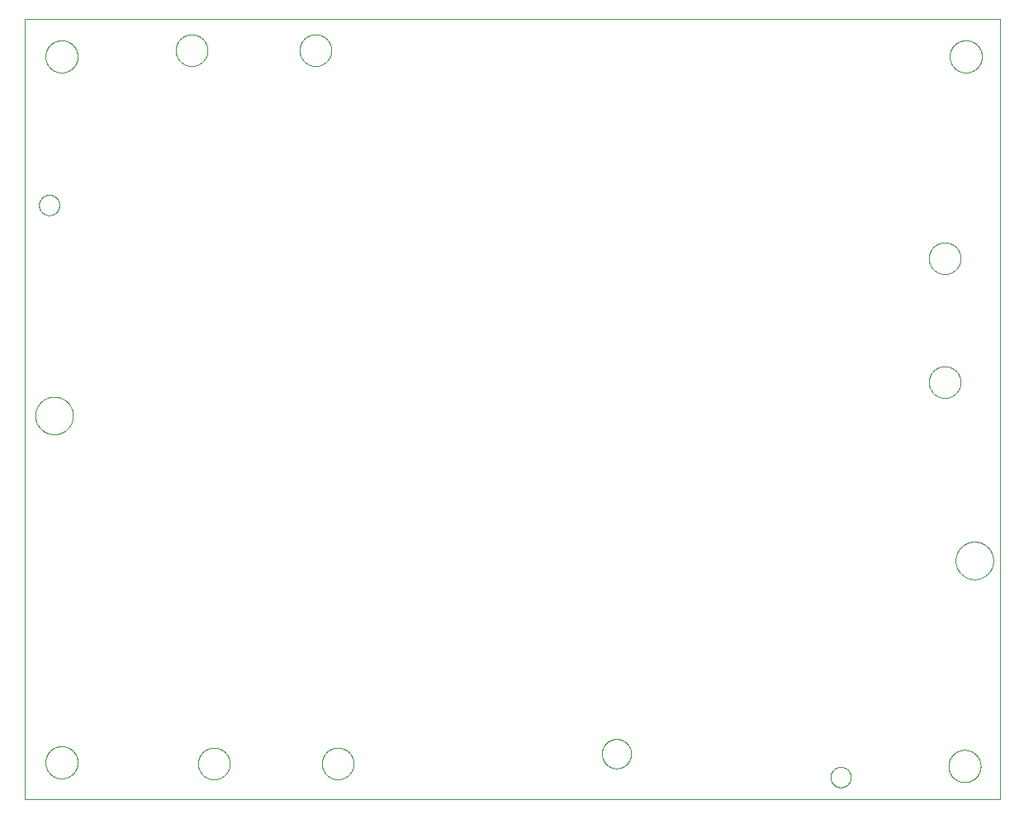
<source format=gbo>
G75*
%MOIN*%
%OFA0B0*%
%FSLAX25Y25*%
%IPPOS*%
%LPD*%
%AMOC8*
5,1,8,0,0,1.08239X$1,22.5*
%
%ADD10C,0.00000*%
D10*
X0096800Y0066800D02*
X0096800Y0381761D01*
X0490501Y0381761D01*
X0490501Y0066800D01*
X0096800Y0066800D01*
X0105300Y0081800D02*
X0105302Y0081961D01*
X0105308Y0082121D01*
X0105318Y0082282D01*
X0105332Y0082442D01*
X0105350Y0082602D01*
X0105371Y0082761D01*
X0105397Y0082920D01*
X0105427Y0083078D01*
X0105460Y0083235D01*
X0105498Y0083392D01*
X0105539Y0083547D01*
X0105584Y0083701D01*
X0105633Y0083854D01*
X0105686Y0084006D01*
X0105742Y0084157D01*
X0105803Y0084306D01*
X0105866Y0084454D01*
X0105934Y0084600D01*
X0106005Y0084744D01*
X0106079Y0084886D01*
X0106157Y0085027D01*
X0106239Y0085165D01*
X0106324Y0085302D01*
X0106412Y0085436D01*
X0106504Y0085568D01*
X0106599Y0085698D01*
X0106697Y0085826D01*
X0106798Y0085951D01*
X0106902Y0086073D01*
X0107009Y0086193D01*
X0107119Y0086310D01*
X0107232Y0086425D01*
X0107348Y0086536D01*
X0107467Y0086645D01*
X0107588Y0086750D01*
X0107712Y0086853D01*
X0107838Y0086953D01*
X0107966Y0087049D01*
X0108097Y0087142D01*
X0108231Y0087232D01*
X0108366Y0087319D01*
X0108504Y0087402D01*
X0108643Y0087482D01*
X0108785Y0087558D01*
X0108928Y0087631D01*
X0109073Y0087700D01*
X0109220Y0087766D01*
X0109368Y0087828D01*
X0109518Y0087886D01*
X0109669Y0087941D01*
X0109822Y0087992D01*
X0109976Y0088039D01*
X0110131Y0088082D01*
X0110287Y0088121D01*
X0110443Y0088157D01*
X0110601Y0088188D01*
X0110759Y0088216D01*
X0110918Y0088240D01*
X0111078Y0088260D01*
X0111238Y0088276D01*
X0111398Y0088288D01*
X0111559Y0088296D01*
X0111720Y0088300D01*
X0111880Y0088300D01*
X0112041Y0088296D01*
X0112202Y0088288D01*
X0112362Y0088276D01*
X0112522Y0088260D01*
X0112682Y0088240D01*
X0112841Y0088216D01*
X0112999Y0088188D01*
X0113157Y0088157D01*
X0113313Y0088121D01*
X0113469Y0088082D01*
X0113624Y0088039D01*
X0113778Y0087992D01*
X0113931Y0087941D01*
X0114082Y0087886D01*
X0114232Y0087828D01*
X0114380Y0087766D01*
X0114527Y0087700D01*
X0114672Y0087631D01*
X0114815Y0087558D01*
X0114957Y0087482D01*
X0115096Y0087402D01*
X0115234Y0087319D01*
X0115369Y0087232D01*
X0115503Y0087142D01*
X0115634Y0087049D01*
X0115762Y0086953D01*
X0115888Y0086853D01*
X0116012Y0086750D01*
X0116133Y0086645D01*
X0116252Y0086536D01*
X0116368Y0086425D01*
X0116481Y0086310D01*
X0116591Y0086193D01*
X0116698Y0086073D01*
X0116802Y0085951D01*
X0116903Y0085826D01*
X0117001Y0085698D01*
X0117096Y0085568D01*
X0117188Y0085436D01*
X0117276Y0085302D01*
X0117361Y0085165D01*
X0117443Y0085027D01*
X0117521Y0084886D01*
X0117595Y0084744D01*
X0117666Y0084600D01*
X0117734Y0084454D01*
X0117797Y0084306D01*
X0117858Y0084157D01*
X0117914Y0084006D01*
X0117967Y0083854D01*
X0118016Y0083701D01*
X0118061Y0083547D01*
X0118102Y0083392D01*
X0118140Y0083235D01*
X0118173Y0083078D01*
X0118203Y0082920D01*
X0118229Y0082761D01*
X0118250Y0082602D01*
X0118268Y0082442D01*
X0118282Y0082282D01*
X0118292Y0082121D01*
X0118298Y0081961D01*
X0118300Y0081800D01*
X0118298Y0081639D01*
X0118292Y0081479D01*
X0118282Y0081318D01*
X0118268Y0081158D01*
X0118250Y0080998D01*
X0118229Y0080839D01*
X0118203Y0080680D01*
X0118173Y0080522D01*
X0118140Y0080365D01*
X0118102Y0080208D01*
X0118061Y0080053D01*
X0118016Y0079899D01*
X0117967Y0079746D01*
X0117914Y0079594D01*
X0117858Y0079443D01*
X0117797Y0079294D01*
X0117734Y0079146D01*
X0117666Y0079000D01*
X0117595Y0078856D01*
X0117521Y0078714D01*
X0117443Y0078573D01*
X0117361Y0078435D01*
X0117276Y0078298D01*
X0117188Y0078164D01*
X0117096Y0078032D01*
X0117001Y0077902D01*
X0116903Y0077774D01*
X0116802Y0077649D01*
X0116698Y0077527D01*
X0116591Y0077407D01*
X0116481Y0077290D01*
X0116368Y0077175D01*
X0116252Y0077064D01*
X0116133Y0076955D01*
X0116012Y0076850D01*
X0115888Y0076747D01*
X0115762Y0076647D01*
X0115634Y0076551D01*
X0115503Y0076458D01*
X0115369Y0076368D01*
X0115234Y0076281D01*
X0115096Y0076198D01*
X0114957Y0076118D01*
X0114815Y0076042D01*
X0114672Y0075969D01*
X0114527Y0075900D01*
X0114380Y0075834D01*
X0114232Y0075772D01*
X0114082Y0075714D01*
X0113931Y0075659D01*
X0113778Y0075608D01*
X0113624Y0075561D01*
X0113469Y0075518D01*
X0113313Y0075479D01*
X0113157Y0075443D01*
X0112999Y0075412D01*
X0112841Y0075384D01*
X0112682Y0075360D01*
X0112522Y0075340D01*
X0112362Y0075324D01*
X0112202Y0075312D01*
X0112041Y0075304D01*
X0111880Y0075300D01*
X0111720Y0075300D01*
X0111559Y0075304D01*
X0111398Y0075312D01*
X0111238Y0075324D01*
X0111078Y0075340D01*
X0110918Y0075360D01*
X0110759Y0075384D01*
X0110601Y0075412D01*
X0110443Y0075443D01*
X0110287Y0075479D01*
X0110131Y0075518D01*
X0109976Y0075561D01*
X0109822Y0075608D01*
X0109669Y0075659D01*
X0109518Y0075714D01*
X0109368Y0075772D01*
X0109220Y0075834D01*
X0109073Y0075900D01*
X0108928Y0075969D01*
X0108785Y0076042D01*
X0108643Y0076118D01*
X0108504Y0076198D01*
X0108366Y0076281D01*
X0108231Y0076368D01*
X0108097Y0076458D01*
X0107966Y0076551D01*
X0107838Y0076647D01*
X0107712Y0076747D01*
X0107588Y0076850D01*
X0107467Y0076955D01*
X0107348Y0077064D01*
X0107232Y0077175D01*
X0107119Y0077290D01*
X0107009Y0077407D01*
X0106902Y0077527D01*
X0106798Y0077649D01*
X0106697Y0077774D01*
X0106599Y0077902D01*
X0106504Y0078032D01*
X0106412Y0078164D01*
X0106324Y0078298D01*
X0106239Y0078435D01*
X0106157Y0078573D01*
X0106079Y0078714D01*
X0106005Y0078856D01*
X0105934Y0079000D01*
X0105866Y0079146D01*
X0105803Y0079294D01*
X0105742Y0079443D01*
X0105686Y0079594D01*
X0105633Y0079746D01*
X0105584Y0079899D01*
X0105539Y0080053D01*
X0105498Y0080208D01*
X0105460Y0080365D01*
X0105427Y0080522D01*
X0105397Y0080680D01*
X0105371Y0080839D01*
X0105350Y0080998D01*
X0105332Y0081158D01*
X0105318Y0081318D01*
X0105308Y0081479D01*
X0105302Y0081639D01*
X0105300Y0081800D01*
X0166902Y0081300D02*
X0166904Y0081460D01*
X0166910Y0081619D01*
X0166920Y0081778D01*
X0166934Y0081937D01*
X0166952Y0082096D01*
X0166973Y0082254D01*
X0166999Y0082411D01*
X0167029Y0082568D01*
X0167062Y0082724D01*
X0167100Y0082879D01*
X0167141Y0083033D01*
X0167186Y0083186D01*
X0167235Y0083338D01*
X0167288Y0083488D01*
X0167344Y0083637D01*
X0167404Y0083785D01*
X0167468Y0083931D01*
X0167536Y0084076D01*
X0167607Y0084219D01*
X0167681Y0084360D01*
X0167759Y0084499D01*
X0167841Y0084636D01*
X0167926Y0084771D01*
X0168014Y0084904D01*
X0168105Y0085035D01*
X0168200Y0085163D01*
X0168298Y0085289D01*
X0168399Y0085413D01*
X0168503Y0085533D01*
X0168610Y0085652D01*
X0168720Y0085767D01*
X0168833Y0085880D01*
X0168948Y0085990D01*
X0169067Y0086097D01*
X0169187Y0086201D01*
X0169311Y0086302D01*
X0169437Y0086400D01*
X0169565Y0086495D01*
X0169696Y0086586D01*
X0169829Y0086674D01*
X0169964Y0086759D01*
X0170101Y0086841D01*
X0170240Y0086919D01*
X0170381Y0086993D01*
X0170524Y0087064D01*
X0170669Y0087132D01*
X0170815Y0087196D01*
X0170963Y0087256D01*
X0171112Y0087312D01*
X0171262Y0087365D01*
X0171414Y0087414D01*
X0171567Y0087459D01*
X0171721Y0087500D01*
X0171876Y0087538D01*
X0172032Y0087571D01*
X0172189Y0087601D01*
X0172346Y0087627D01*
X0172504Y0087648D01*
X0172663Y0087666D01*
X0172822Y0087680D01*
X0172981Y0087690D01*
X0173140Y0087696D01*
X0173300Y0087698D01*
X0173460Y0087696D01*
X0173619Y0087690D01*
X0173778Y0087680D01*
X0173937Y0087666D01*
X0174096Y0087648D01*
X0174254Y0087627D01*
X0174411Y0087601D01*
X0174568Y0087571D01*
X0174724Y0087538D01*
X0174879Y0087500D01*
X0175033Y0087459D01*
X0175186Y0087414D01*
X0175338Y0087365D01*
X0175488Y0087312D01*
X0175637Y0087256D01*
X0175785Y0087196D01*
X0175931Y0087132D01*
X0176076Y0087064D01*
X0176219Y0086993D01*
X0176360Y0086919D01*
X0176499Y0086841D01*
X0176636Y0086759D01*
X0176771Y0086674D01*
X0176904Y0086586D01*
X0177035Y0086495D01*
X0177163Y0086400D01*
X0177289Y0086302D01*
X0177413Y0086201D01*
X0177533Y0086097D01*
X0177652Y0085990D01*
X0177767Y0085880D01*
X0177880Y0085767D01*
X0177990Y0085652D01*
X0178097Y0085533D01*
X0178201Y0085413D01*
X0178302Y0085289D01*
X0178400Y0085163D01*
X0178495Y0085035D01*
X0178586Y0084904D01*
X0178674Y0084771D01*
X0178759Y0084636D01*
X0178841Y0084499D01*
X0178919Y0084360D01*
X0178993Y0084219D01*
X0179064Y0084076D01*
X0179132Y0083931D01*
X0179196Y0083785D01*
X0179256Y0083637D01*
X0179312Y0083488D01*
X0179365Y0083338D01*
X0179414Y0083186D01*
X0179459Y0083033D01*
X0179500Y0082879D01*
X0179538Y0082724D01*
X0179571Y0082568D01*
X0179601Y0082411D01*
X0179627Y0082254D01*
X0179648Y0082096D01*
X0179666Y0081937D01*
X0179680Y0081778D01*
X0179690Y0081619D01*
X0179696Y0081460D01*
X0179698Y0081300D01*
X0179696Y0081140D01*
X0179690Y0080981D01*
X0179680Y0080822D01*
X0179666Y0080663D01*
X0179648Y0080504D01*
X0179627Y0080346D01*
X0179601Y0080189D01*
X0179571Y0080032D01*
X0179538Y0079876D01*
X0179500Y0079721D01*
X0179459Y0079567D01*
X0179414Y0079414D01*
X0179365Y0079262D01*
X0179312Y0079112D01*
X0179256Y0078963D01*
X0179196Y0078815D01*
X0179132Y0078669D01*
X0179064Y0078524D01*
X0178993Y0078381D01*
X0178919Y0078240D01*
X0178841Y0078101D01*
X0178759Y0077964D01*
X0178674Y0077829D01*
X0178586Y0077696D01*
X0178495Y0077565D01*
X0178400Y0077437D01*
X0178302Y0077311D01*
X0178201Y0077187D01*
X0178097Y0077067D01*
X0177990Y0076948D01*
X0177880Y0076833D01*
X0177767Y0076720D01*
X0177652Y0076610D01*
X0177533Y0076503D01*
X0177413Y0076399D01*
X0177289Y0076298D01*
X0177163Y0076200D01*
X0177035Y0076105D01*
X0176904Y0076014D01*
X0176771Y0075926D01*
X0176636Y0075841D01*
X0176499Y0075759D01*
X0176360Y0075681D01*
X0176219Y0075607D01*
X0176076Y0075536D01*
X0175931Y0075468D01*
X0175785Y0075404D01*
X0175637Y0075344D01*
X0175488Y0075288D01*
X0175338Y0075235D01*
X0175186Y0075186D01*
X0175033Y0075141D01*
X0174879Y0075100D01*
X0174724Y0075062D01*
X0174568Y0075029D01*
X0174411Y0074999D01*
X0174254Y0074973D01*
X0174096Y0074952D01*
X0173937Y0074934D01*
X0173778Y0074920D01*
X0173619Y0074910D01*
X0173460Y0074904D01*
X0173300Y0074902D01*
X0173140Y0074904D01*
X0172981Y0074910D01*
X0172822Y0074920D01*
X0172663Y0074934D01*
X0172504Y0074952D01*
X0172346Y0074973D01*
X0172189Y0074999D01*
X0172032Y0075029D01*
X0171876Y0075062D01*
X0171721Y0075100D01*
X0171567Y0075141D01*
X0171414Y0075186D01*
X0171262Y0075235D01*
X0171112Y0075288D01*
X0170963Y0075344D01*
X0170815Y0075404D01*
X0170669Y0075468D01*
X0170524Y0075536D01*
X0170381Y0075607D01*
X0170240Y0075681D01*
X0170101Y0075759D01*
X0169964Y0075841D01*
X0169829Y0075926D01*
X0169696Y0076014D01*
X0169565Y0076105D01*
X0169437Y0076200D01*
X0169311Y0076298D01*
X0169187Y0076399D01*
X0169067Y0076503D01*
X0168948Y0076610D01*
X0168833Y0076720D01*
X0168720Y0076833D01*
X0168610Y0076948D01*
X0168503Y0077067D01*
X0168399Y0077187D01*
X0168298Y0077311D01*
X0168200Y0077437D01*
X0168105Y0077565D01*
X0168014Y0077696D01*
X0167926Y0077829D01*
X0167841Y0077964D01*
X0167759Y0078101D01*
X0167681Y0078240D01*
X0167607Y0078381D01*
X0167536Y0078524D01*
X0167468Y0078669D01*
X0167404Y0078815D01*
X0167344Y0078963D01*
X0167288Y0079112D01*
X0167235Y0079262D01*
X0167186Y0079414D01*
X0167141Y0079567D01*
X0167100Y0079721D01*
X0167062Y0079876D01*
X0167029Y0080032D01*
X0166999Y0080189D01*
X0166973Y0080346D01*
X0166952Y0080504D01*
X0166934Y0080663D01*
X0166920Y0080822D01*
X0166910Y0080981D01*
X0166904Y0081140D01*
X0166902Y0081300D01*
X0216902Y0081300D02*
X0216904Y0081460D01*
X0216910Y0081619D01*
X0216920Y0081778D01*
X0216934Y0081937D01*
X0216952Y0082096D01*
X0216973Y0082254D01*
X0216999Y0082411D01*
X0217029Y0082568D01*
X0217062Y0082724D01*
X0217100Y0082879D01*
X0217141Y0083033D01*
X0217186Y0083186D01*
X0217235Y0083338D01*
X0217288Y0083488D01*
X0217344Y0083637D01*
X0217404Y0083785D01*
X0217468Y0083931D01*
X0217536Y0084076D01*
X0217607Y0084219D01*
X0217681Y0084360D01*
X0217759Y0084499D01*
X0217841Y0084636D01*
X0217926Y0084771D01*
X0218014Y0084904D01*
X0218105Y0085035D01*
X0218200Y0085163D01*
X0218298Y0085289D01*
X0218399Y0085413D01*
X0218503Y0085533D01*
X0218610Y0085652D01*
X0218720Y0085767D01*
X0218833Y0085880D01*
X0218948Y0085990D01*
X0219067Y0086097D01*
X0219187Y0086201D01*
X0219311Y0086302D01*
X0219437Y0086400D01*
X0219565Y0086495D01*
X0219696Y0086586D01*
X0219829Y0086674D01*
X0219964Y0086759D01*
X0220101Y0086841D01*
X0220240Y0086919D01*
X0220381Y0086993D01*
X0220524Y0087064D01*
X0220669Y0087132D01*
X0220815Y0087196D01*
X0220963Y0087256D01*
X0221112Y0087312D01*
X0221262Y0087365D01*
X0221414Y0087414D01*
X0221567Y0087459D01*
X0221721Y0087500D01*
X0221876Y0087538D01*
X0222032Y0087571D01*
X0222189Y0087601D01*
X0222346Y0087627D01*
X0222504Y0087648D01*
X0222663Y0087666D01*
X0222822Y0087680D01*
X0222981Y0087690D01*
X0223140Y0087696D01*
X0223300Y0087698D01*
X0223460Y0087696D01*
X0223619Y0087690D01*
X0223778Y0087680D01*
X0223937Y0087666D01*
X0224096Y0087648D01*
X0224254Y0087627D01*
X0224411Y0087601D01*
X0224568Y0087571D01*
X0224724Y0087538D01*
X0224879Y0087500D01*
X0225033Y0087459D01*
X0225186Y0087414D01*
X0225338Y0087365D01*
X0225488Y0087312D01*
X0225637Y0087256D01*
X0225785Y0087196D01*
X0225931Y0087132D01*
X0226076Y0087064D01*
X0226219Y0086993D01*
X0226360Y0086919D01*
X0226499Y0086841D01*
X0226636Y0086759D01*
X0226771Y0086674D01*
X0226904Y0086586D01*
X0227035Y0086495D01*
X0227163Y0086400D01*
X0227289Y0086302D01*
X0227413Y0086201D01*
X0227533Y0086097D01*
X0227652Y0085990D01*
X0227767Y0085880D01*
X0227880Y0085767D01*
X0227990Y0085652D01*
X0228097Y0085533D01*
X0228201Y0085413D01*
X0228302Y0085289D01*
X0228400Y0085163D01*
X0228495Y0085035D01*
X0228586Y0084904D01*
X0228674Y0084771D01*
X0228759Y0084636D01*
X0228841Y0084499D01*
X0228919Y0084360D01*
X0228993Y0084219D01*
X0229064Y0084076D01*
X0229132Y0083931D01*
X0229196Y0083785D01*
X0229256Y0083637D01*
X0229312Y0083488D01*
X0229365Y0083338D01*
X0229414Y0083186D01*
X0229459Y0083033D01*
X0229500Y0082879D01*
X0229538Y0082724D01*
X0229571Y0082568D01*
X0229601Y0082411D01*
X0229627Y0082254D01*
X0229648Y0082096D01*
X0229666Y0081937D01*
X0229680Y0081778D01*
X0229690Y0081619D01*
X0229696Y0081460D01*
X0229698Y0081300D01*
X0229696Y0081140D01*
X0229690Y0080981D01*
X0229680Y0080822D01*
X0229666Y0080663D01*
X0229648Y0080504D01*
X0229627Y0080346D01*
X0229601Y0080189D01*
X0229571Y0080032D01*
X0229538Y0079876D01*
X0229500Y0079721D01*
X0229459Y0079567D01*
X0229414Y0079414D01*
X0229365Y0079262D01*
X0229312Y0079112D01*
X0229256Y0078963D01*
X0229196Y0078815D01*
X0229132Y0078669D01*
X0229064Y0078524D01*
X0228993Y0078381D01*
X0228919Y0078240D01*
X0228841Y0078101D01*
X0228759Y0077964D01*
X0228674Y0077829D01*
X0228586Y0077696D01*
X0228495Y0077565D01*
X0228400Y0077437D01*
X0228302Y0077311D01*
X0228201Y0077187D01*
X0228097Y0077067D01*
X0227990Y0076948D01*
X0227880Y0076833D01*
X0227767Y0076720D01*
X0227652Y0076610D01*
X0227533Y0076503D01*
X0227413Y0076399D01*
X0227289Y0076298D01*
X0227163Y0076200D01*
X0227035Y0076105D01*
X0226904Y0076014D01*
X0226771Y0075926D01*
X0226636Y0075841D01*
X0226499Y0075759D01*
X0226360Y0075681D01*
X0226219Y0075607D01*
X0226076Y0075536D01*
X0225931Y0075468D01*
X0225785Y0075404D01*
X0225637Y0075344D01*
X0225488Y0075288D01*
X0225338Y0075235D01*
X0225186Y0075186D01*
X0225033Y0075141D01*
X0224879Y0075100D01*
X0224724Y0075062D01*
X0224568Y0075029D01*
X0224411Y0074999D01*
X0224254Y0074973D01*
X0224096Y0074952D01*
X0223937Y0074934D01*
X0223778Y0074920D01*
X0223619Y0074910D01*
X0223460Y0074904D01*
X0223300Y0074902D01*
X0223140Y0074904D01*
X0222981Y0074910D01*
X0222822Y0074920D01*
X0222663Y0074934D01*
X0222504Y0074952D01*
X0222346Y0074973D01*
X0222189Y0074999D01*
X0222032Y0075029D01*
X0221876Y0075062D01*
X0221721Y0075100D01*
X0221567Y0075141D01*
X0221414Y0075186D01*
X0221262Y0075235D01*
X0221112Y0075288D01*
X0220963Y0075344D01*
X0220815Y0075404D01*
X0220669Y0075468D01*
X0220524Y0075536D01*
X0220381Y0075607D01*
X0220240Y0075681D01*
X0220101Y0075759D01*
X0219964Y0075841D01*
X0219829Y0075926D01*
X0219696Y0076014D01*
X0219565Y0076105D01*
X0219437Y0076200D01*
X0219311Y0076298D01*
X0219187Y0076399D01*
X0219067Y0076503D01*
X0218948Y0076610D01*
X0218833Y0076720D01*
X0218720Y0076833D01*
X0218610Y0076948D01*
X0218503Y0077067D01*
X0218399Y0077187D01*
X0218298Y0077311D01*
X0218200Y0077437D01*
X0218105Y0077565D01*
X0218014Y0077696D01*
X0217926Y0077829D01*
X0217841Y0077964D01*
X0217759Y0078101D01*
X0217681Y0078240D01*
X0217607Y0078381D01*
X0217536Y0078524D01*
X0217468Y0078669D01*
X0217404Y0078815D01*
X0217344Y0078963D01*
X0217288Y0079112D01*
X0217235Y0079262D01*
X0217186Y0079414D01*
X0217141Y0079567D01*
X0217100Y0079721D01*
X0217062Y0079876D01*
X0217029Y0080032D01*
X0216999Y0080189D01*
X0216973Y0080346D01*
X0216952Y0080504D01*
X0216934Y0080663D01*
X0216920Y0080822D01*
X0216910Y0080981D01*
X0216904Y0081140D01*
X0216902Y0081300D01*
X0329894Y0085300D02*
X0329896Y0085453D01*
X0329902Y0085607D01*
X0329912Y0085760D01*
X0329926Y0085912D01*
X0329944Y0086065D01*
X0329966Y0086216D01*
X0329991Y0086367D01*
X0330021Y0086518D01*
X0330055Y0086668D01*
X0330092Y0086816D01*
X0330133Y0086964D01*
X0330178Y0087110D01*
X0330227Y0087256D01*
X0330280Y0087400D01*
X0330336Y0087542D01*
X0330396Y0087683D01*
X0330460Y0087823D01*
X0330527Y0087961D01*
X0330598Y0088097D01*
X0330673Y0088231D01*
X0330750Y0088363D01*
X0330832Y0088493D01*
X0330916Y0088621D01*
X0331004Y0088747D01*
X0331095Y0088870D01*
X0331189Y0088991D01*
X0331287Y0089109D01*
X0331387Y0089225D01*
X0331491Y0089338D01*
X0331597Y0089449D01*
X0331706Y0089557D01*
X0331818Y0089662D01*
X0331932Y0089763D01*
X0332050Y0089862D01*
X0332169Y0089958D01*
X0332291Y0090051D01*
X0332416Y0090140D01*
X0332543Y0090227D01*
X0332672Y0090309D01*
X0332803Y0090389D01*
X0332936Y0090465D01*
X0333071Y0090538D01*
X0333208Y0090607D01*
X0333347Y0090672D01*
X0333487Y0090734D01*
X0333629Y0090792D01*
X0333772Y0090847D01*
X0333917Y0090898D01*
X0334063Y0090945D01*
X0334210Y0090988D01*
X0334358Y0091027D01*
X0334507Y0091063D01*
X0334657Y0091094D01*
X0334808Y0091122D01*
X0334959Y0091146D01*
X0335112Y0091166D01*
X0335264Y0091182D01*
X0335417Y0091194D01*
X0335570Y0091202D01*
X0335723Y0091206D01*
X0335877Y0091206D01*
X0336030Y0091202D01*
X0336183Y0091194D01*
X0336336Y0091182D01*
X0336488Y0091166D01*
X0336641Y0091146D01*
X0336792Y0091122D01*
X0336943Y0091094D01*
X0337093Y0091063D01*
X0337242Y0091027D01*
X0337390Y0090988D01*
X0337537Y0090945D01*
X0337683Y0090898D01*
X0337828Y0090847D01*
X0337971Y0090792D01*
X0338113Y0090734D01*
X0338253Y0090672D01*
X0338392Y0090607D01*
X0338529Y0090538D01*
X0338664Y0090465D01*
X0338797Y0090389D01*
X0338928Y0090309D01*
X0339057Y0090227D01*
X0339184Y0090140D01*
X0339309Y0090051D01*
X0339431Y0089958D01*
X0339550Y0089862D01*
X0339668Y0089763D01*
X0339782Y0089662D01*
X0339894Y0089557D01*
X0340003Y0089449D01*
X0340109Y0089338D01*
X0340213Y0089225D01*
X0340313Y0089109D01*
X0340411Y0088991D01*
X0340505Y0088870D01*
X0340596Y0088747D01*
X0340684Y0088621D01*
X0340768Y0088493D01*
X0340850Y0088363D01*
X0340927Y0088231D01*
X0341002Y0088097D01*
X0341073Y0087961D01*
X0341140Y0087823D01*
X0341204Y0087683D01*
X0341264Y0087542D01*
X0341320Y0087400D01*
X0341373Y0087256D01*
X0341422Y0087110D01*
X0341467Y0086964D01*
X0341508Y0086816D01*
X0341545Y0086668D01*
X0341579Y0086518D01*
X0341609Y0086367D01*
X0341634Y0086216D01*
X0341656Y0086065D01*
X0341674Y0085912D01*
X0341688Y0085760D01*
X0341698Y0085607D01*
X0341704Y0085453D01*
X0341706Y0085300D01*
X0341704Y0085147D01*
X0341698Y0084993D01*
X0341688Y0084840D01*
X0341674Y0084688D01*
X0341656Y0084535D01*
X0341634Y0084384D01*
X0341609Y0084233D01*
X0341579Y0084082D01*
X0341545Y0083932D01*
X0341508Y0083784D01*
X0341467Y0083636D01*
X0341422Y0083490D01*
X0341373Y0083344D01*
X0341320Y0083200D01*
X0341264Y0083058D01*
X0341204Y0082917D01*
X0341140Y0082777D01*
X0341073Y0082639D01*
X0341002Y0082503D01*
X0340927Y0082369D01*
X0340850Y0082237D01*
X0340768Y0082107D01*
X0340684Y0081979D01*
X0340596Y0081853D01*
X0340505Y0081730D01*
X0340411Y0081609D01*
X0340313Y0081491D01*
X0340213Y0081375D01*
X0340109Y0081262D01*
X0340003Y0081151D01*
X0339894Y0081043D01*
X0339782Y0080938D01*
X0339668Y0080837D01*
X0339550Y0080738D01*
X0339431Y0080642D01*
X0339309Y0080549D01*
X0339184Y0080460D01*
X0339057Y0080373D01*
X0338928Y0080291D01*
X0338797Y0080211D01*
X0338664Y0080135D01*
X0338529Y0080062D01*
X0338392Y0079993D01*
X0338253Y0079928D01*
X0338113Y0079866D01*
X0337971Y0079808D01*
X0337828Y0079753D01*
X0337683Y0079702D01*
X0337537Y0079655D01*
X0337390Y0079612D01*
X0337242Y0079573D01*
X0337093Y0079537D01*
X0336943Y0079506D01*
X0336792Y0079478D01*
X0336641Y0079454D01*
X0336488Y0079434D01*
X0336336Y0079418D01*
X0336183Y0079406D01*
X0336030Y0079398D01*
X0335877Y0079394D01*
X0335723Y0079394D01*
X0335570Y0079398D01*
X0335417Y0079406D01*
X0335264Y0079418D01*
X0335112Y0079434D01*
X0334959Y0079454D01*
X0334808Y0079478D01*
X0334657Y0079506D01*
X0334507Y0079537D01*
X0334358Y0079573D01*
X0334210Y0079612D01*
X0334063Y0079655D01*
X0333917Y0079702D01*
X0333772Y0079753D01*
X0333629Y0079808D01*
X0333487Y0079866D01*
X0333347Y0079928D01*
X0333208Y0079993D01*
X0333071Y0080062D01*
X0332936Y0080135D01*
X0332803Y0080211D01*
X0332672Y0080291D01*
X0332543Y0080373D01*
X0332416Y0080460D01*
X0332291Y0080549D01*
X0332169Y0080642D01*
X0332050Y0080738D01*
X0331932Y0080837D01*
X0331818Y0080938D01*
X0331706Y0081043D01*
X0331597Y0081151D01*
X0331491Y0081262D01*
X0331387Y0081375D01*
X0331287Y0081491D01*
X0331189Y0081609D01*
X0331095Y0081730D01*
X0331004Y0081853D01*
X0330916Y0081979D01*
X0330832Y0082107D01*
X0330750Y0082237D01*
X0330673Y0082369D01*
X0330598Y0082503D01*
X0330527Y0082639D01*
X0330460Y0082777D01*
X0330396Y0082917D01*
X0330336Y0083058D01*
X0330280Y0083200D01*
X0330227Y0083344D01*
X0330178Y0083490D01*
X0330133Y0083636D01*
X0330092Y0083784D01*
X0330055Y0083932D01*
X0330021Y0084082D01*
X0329991Y0084233D01*
X0329966Y0084384D01*
X0329944Y0084535D01*
X0329926Y0084688D01*
X0329912Y0084840D01*
X0329902Y0084993D01*
X0329896Y0085147D01*
X0329894Y0085300D01*
X0422200Y0075800D02*
X0422202Y0075928D01*
X0422208Y0076055D01*
X0422218Y0076182D01*
X0422232Y0076309D01*
X0422249Y0076435D01*
X0422271Y0076561D01*
X0422297Y0076686D01*
X0422326Y0076810D01*
X0422360Y0076933D01*
X0422397Y0077055D01*
X0422438Y0077176D01*
X0422482Y0077295D01*
X0422531Y0077413D01*
X0422583Y0077530D01*
X0422638Y0077644D01*
X0422697Y0077757D01*
X0422760Y0077868D01*
X0422826Y0077977D01*
X0422895Y0078084D01*
X0422968Y0078189D01*
X0423044Y0078292D01*
X0423123Y0078392D01*
X0423205Y0078489D01*
X0423290Y0078584D01*
X0423378Y0078677D01*
X0423469Y0078766D01*
X0423563Y0078853D01*
X0423659Y0078936D01*
X0423758Y0079017D01*
X0423859Y0079094D01*
X0423963Y0079169D01*
X0424069Y0079240D01*
X0424177Y0079307D01*
X0424287Y0079372D01*
X0424399Y0079433D01*
X0424513Y0079490D01*
X0424628Y0079544D01*
X0424746Y0079594D01*
X0424864Y0079640D01*
X0424985Y0079683D01*
X0425106Y0079722D01*
X0425229Y0079758D01*
X0425352Y0079789D01*
X0425477Y0079816D01*
X0425602Y0079840D01*
X0425728Y0079860D01*
X0425855Y0079876D01*
X0425981Y0079888D01*
X0426109Y0079896D01*
X0426236Y0079900D01*
X0426364Y0079900D01*
X0426491Y0079896D01*
X0426619Y0079888D01*
X0426745Y0079876D01*
X0426872Y0079860D01*
X0426998Y0079840D01*
X0427123Y0079816D01*
X0427248Y0079789D01*
X0427371Y0079758D01*
X0427494Y0079722D01*
X0427615Y0079683D01*
X0427736Y0079640D01*
X0427854Y0079594D01*
X0427972Y0079544D01*
X0428087Y0079490D01*
X0428201Y0079433D01*
X0428313Y0079372D01*
X0428423Y0079307D01*
X0428531Y0079240D01*
X0428637Y0079169D01*
X0428741Y0079094D01*
X0428842Y0079017D01*
X0428941Y0078936D01*
X0429037Y0078853D01*
X0429131Y0078766D01*
X0429222Y0078677D01*
X0429310Y0078584D01*
X0429395Y0078489D01*
X0429477Y0078392D01*
X0429556Y0078292D01*
X0429632Y0078189D01*
X0429705Y0078084D01*
X0429774Y0077977D01*
X0429840Y0077868D01*
X0429903Y0077757D01*
X0429962Y0077644D01*
X0430017Y0077530D01*
X0430069Y0077413D01*
X0430118Y0077295D01*
X0430162Y0077176D01*
X0430203Y0077055D01*
X0430240Y0076933D01*
X0430274Y0076810D01*
X0430303Y0076686D01*
X0430329Y0076561D01*
X0430351Y0076435D01*
X0430368Y0076309D01*
X0430382Y0076182D01*
X0430392Y0076055D01*
X0430398Y0075928D01*
X0430400Y0075800D01*
X0430398Y0075672D01*
X0430392Y0075545D01*
X0430382Y0075418D01*
X0430368Y0075291D01*
X0430351Y0075165D01*
X0430329Y0075039D01*
X0430303Y0074914D01*
X0430274Y0074790D01*
X0430240Y0074667D01*
X0430203Y0074545D01*
X0430162Y0074424D01*
X0430118Y0074305D01*
X0430069Y0074187D01*
X0430017Y0074070D01*
X0429962Y0073956D01*
X0429903Y0073843D01*
X0429840Y0073732D01*
X0429774Y0073623D01*
X0429705Y0073516D01*
X0429632Y0073411D01*
X0429556Y0073308D01*
X0429477Y0073208D01*
X0429395Y0073111D01*
X0429310Y0073016D01*
X0429222Y0072923D01*
X0429131Y0072834D01*
X0429037Y0072747D01*
X0428941Y0072664D01*
X0428842Y0072583D01*
X0428741Y0072506D01*
X0428637Y0072431D01*
X0428531Y0072360D01*
X0428423Y0072293D01*
X0428313Y0072228D01*
X0428201Y0072167D01*
X0428087Y0072110D01*
X0427972Y0072056D01*
X0427854Y0072006D01*
X0427736Y0071960D01*
X0427615Y0071917D01*
X0427494Y0071878D01*
X0427371Y0071842D01*
X0427248Y0071811D01*
X0427123Y0071784D01*
X0426998Y0071760D01*
X0426872Y0071740D01*
X0426745Y0071724D01*
X0426619Y0071712D01*
X0426491Y0071704D01*
X0426364Y0071700D01*
X0426236Y0071700D01*
X0426109Y0071704D01*
X0425981Y0071712D01*
X0425855Y0071724D01*
X0425728Y0071740D01*
X0425602Y0071760D01*
X0425477Y0071784D01*
X0425352Y0071811D01*
X0425229Y0071842D01*
X0425106Y0071878D01*
X0424985Y0071917D01*
X0424864Y0071960D01*
X0424746Y0072006D01*
X0424628Y0072056D01*
X0424513Y0072110D01*
X0424399Y0072167D01*
X0424287Y0072228D01*
X0424177Y0072293D01*
X0424069Y0072360D01*
X0423963Y0072431D01*
X0423859Y0072506D01*
X0423758Y0072583D01*
X0423659Y0072664D01*
X0423563Y0072747D01*
X0423469Y0072834D01*
X0423378Y0072923D01*
X0423290Y0073016D01*
X0423205Y0073111D01*
X0423123Y0073208D01*
X0423044Y0073308D01*
X0422968Y0073411D01*
X0422895Y0073516D01*
X0422826Y0073623D01*
X0422760Y0073732D01*
X0422697Y0073843D01*
X0422638Y0073956D01*
X0422583Y0074070D01*
X0422531Y0074187D01*
X0422482Y0074305D01*
X0422438Y0074424D01*
X0422397Y0074545D01*
X0422360Y0074667D01*
X0422326Y0074790D01*
X0422297Y0074914D01*
X0422271Y0075039D01*
X0422249Y0075165D01*
X0422232Y0075291D01*
X0422218Y0075418D01*
X0422208Y0075545D01*
X0422202Y0075672D01*
X0422200Y0075800D01*
X0469800Y0080300D02*
X0469802Y0080461D01*
X0469808Y0080621D01*
X0469818Y0080782D01*
X0469832Y0080942D01*
X0469850Y0081102D01*
X0469871Y0081261D01*
X0469897Y0081420D01*
X0469927Y0081578D01*
X0469960Y0081735D01*
X0469998Y0081892D01*
X0470039Y0082047D01*
X0470084Y0082201D01*
X0470133Y0082354D01*
X0470186Y0082506D01*
X0470242Y0082657D01*
X0470303Y0082806D01*
X0470366Y0082954D01*
X0470434Y0083100D01*
X0470505Y0083244D01*
X0470579Y0083386D01*
X0470657Y0083527D01*
X0470739Y0083665D01*
X0470824Y0083802D01*
X0470912Y0083936D01*
X0471004Y0084068D01*
X0471099Y0084198D01*
X0471197Y0084326D01*
X0471298Y0084451D01*
X0471402Y0084573D01*
X0471509Y0084693D01*
X0471619Y0084810D01*
X0471732Y0084925D01*
X0471848Y0085036D01*
X0471967Y0085145D01*
X0472088Y0085250D01*
X0472212Y0085353D01*
X0472338Y0085453D01*
X0472466Y0085549D01*
X0472597Y0085642D01*
X0472731Y0085732D01*
X0472866Y0085819D01*
X0473004Y0085902D01*
X0473143Y0085982D01*
X0473285Y0086058D01*
X0473428Y0086131D01*
X0473573Y0086200D01*
X0473720Y0086266D01*
X0473868Y0086328D01*
X0474018Y0086386D01*
X0474169Y0086441D01*
X0474322Y0086492D01*
X0474476Y0086539D01*
X0474631Y0086582D01*
X0474787Y0086621D01*
X0474943Y0086657D01*
X0475101Y0086688D01*
X0475259Y0086716D01*
X0475418Y0086740D01*
X0475578Y0086760D01*
X0475738Y0086776D01*
X0475898Y0086788D01*
X0476059Y0086796D01*
X0476220Y0086800D01*
X0476380Y0086800D01*
X0476541Y0086796D01*
X0476702Y0086788D01*
X0476862Y0086776D01*
X0477022Y0086760D01*
X0477182Y0086740D01*
X0477341Y0086716D01*
X0477499Y0086688D01*
X0477657Y0086657D01*
X0477813Y0086621D01*
X0477969Y0086582D01*
X0478124Y0086539D01*
X0478278Y0086492D01*
X0478431Y0086441D01*
X0478582Y0086386D01*
X0478732Y0086328D01*
X0478880Y0086266D01*
X0479027Y0086200D01*
X0479172Y0086131D01*
X0479315Y0086058D01*
X0479457Y0085982D01*
X0479596Y0085902D01*
X0479734Y0085819D01*
X0479869Y0085732D01*
X0480003Y0085642D01*
X0480134Y0085549D01*
X0480262Y0085453D01*
X0480388Y0085353D01*
X0480512Y0085250D01*
X0480633Y0085145D01*
X0480752Y0085036D01*
X0480868Y0084925D01*
X0480981Y0084810D01*
X0481091Y0084693D01*
X0481198Y0084573D01*
X0481302Y0084451D01*
X0481403Y0084326D01*
X0481501Y0084198D01*
X0481596Y0084068D01*
X0481688Y0083936D01*
X0481776Y0083802D01*
X0481861Y0083665D01*
X0481943Y0083527D01*
X0482021Y0083386D01*
X0482095Y0083244D01*
X0482166Y0083100D01*
X0482234Y0082954D01*
X0482297Y0082806D01*
X0482358Y0082657D01*
X0482414Y0082506D01*
X0482467Y0082354D01*
X0482516Y0082201D01*
X0482561Y0082047D01*
X0482602Y0081892D01*
X0482640Y0081735D01*
X0482673Y0081578D01*
X0482703Y0081420D01*
X0482729Y0081261D01*
X0482750Y0081102D01*
X0482768Y0080942D01*
X0482782Y0080782D01*
X0482792Y0080621D01*
X0482798Y0080461D01*
X0482800Y0080300D01*
X0482798Y0080139D01*
X0482792Y0079979D01*
X0482782Y0079818D01*
X0482768Y0079658D01*
X0482750Y0079498D01*
X0482729Y0079339D01*
X0482703Y0079180D01*
X0482673Y0079022D01*
X0482640Y0078865D01*
X0482602Y0078708D01*
X0482561Y0078553D01*
X0482516Y0078399D01*
X0482467Y0078246D01*
X0482414Y0078094D01*
X0482358Y0077943D01*
X0482297Y0077794D01*
X0482234Y0077646D01*
X0482166Y0077500D01*
X0482095Y0077356D01*
X0482021Y0077214D01*
X0481943Y0077073D01*
X0481861Y0076935D01*
X0481776Y0076798D01*
X0481688Y0076664D01*
X0481596Y0076532D01*
X0481501Y0076402D01*
X0481403Y0076274D01*
X0481302Y0076149D01*
X0481198Y0076027D01*
X0481091Y0075907D01*
X0480981Y0075790D01*
X0480868Y0075675D01*
X0480752Y0075564D01*
X0480633Y0075455D01*
X0480512Y0075350D01*
X0480388Y0075247D01*
X0480262Y0075147D01*
X0480134Y0075051D01*
X0480003Y0074958D01*
X0479869Y0074868D01*
X0479734Y0074781D01*
X0479596Y0074698D01*
X0479457Y0074618D01*
X0479315Y0074542D01*
X0479172Y0074469D01*
X0479027Y0074400D01*
X0478880Y0074334D01*
X0478732Y0074272D01*
X0478582Y0074214D01*
X0478431Y0074159D01*
X0478278Y0074108D01*
X0478124Y0074061D01*
X0477969Y0074018D01*
X0477813Y0073979D01*
X0477657Y0073943D01*
X0477499Y0073912D01*
X0477341Y0073884D01*
X0477182Y0073860D01*
X0477022Y0073840D01*
X0476862Y0073824D01*
X0476702Y0073812D01*
X0476541Y0073804D01*
X0476380Y0073800D01*
X0476220Y0073800D01*
X0476059Y0073804D01*
X0475898Y0073812D01*
X0475738Y0073824D01*
X0475578Y0073840D01*
X0475418Y0073860D01*
X0475259Y0073884D01*
X0475101Y0073912D01*
X0474943Y0073943D01*
X0474787Y0073979D01*
X0474631Y0074018D01*
X0474476Y0074061D01*
X0474322Y0074108D01*
X0474169Y0074159D01*
X0474018Y0074214D01*
X0473868Y0074272D01*
X0473720Y0074334D01*
X0473573Y0074400D01*
X0473428Y0074469D01*
X0473285Y0074542D01*
X0473143Y0074618D01*
X0473004Y0074698D01*
X0472866Y0074781D01*
X0472731Y0074868D01*
X0472597Y0074958D01*
X0472466Y0075051D01*
X0472338Y0075147D01*
X0472212Y0075247D01*
X0472088Y0075350D01*
X0471967Y0075455D01*
X0471848Y0075564D01*
X0471732Y0075675D01*
X0471619Y0075790D01*
X0471509Y0075907D01*
X0471402Y0076027D01*
X0471298Y0076149D01*
X0471197Y0076274D01*
X0471099Y0076402D01*
X0471004Y0076532D01*
X0470912Y0076664D01*
X0470824Y0076798D01*
X0470739Y0076935D01*
X0470657Y0077073D01*
X0470579Y0077214D01*
X0470505Y0077356D01*
X0470434Y0077500D01*
X0470366Y0077646D01*
X0470303Y0077794D01*
X0470242Y0077943D01*
X0470186Y0078094D01*
X0470133Y0078246D01*
X0470084Y0078399D01*
X0470039Y0078553D01*
X0469998Y0078708D01*
X0469960Y0078865D01*
X0469927Y0079022D01*
X0469897Y0079180D01*
X0469871Y0079339D01*
X0469850Y0079498D01*
X0469832Y0079658D01*
X0469818Y0079818D01*
X0469808Y0079979D01*
X0469802Y0080139D01*
X0469800Y0080300D01*
X0472694Y0163300D02*
X0472696Y0163486D01*
X0472703Y0163673D01*
X0472715Y0163859D01*
X0472731Y0164045D01*
X0472751Y0164230D01*
X0472776Y0164415D01*
X0472806Y0164599D01*
X0472840Y0164782D01*
X0472879Y0164965D01*
X0472922Y0165146D01*
X0472969Y0165326D01*
X0473021Y0165506D01*
X0473077Y0165683D01*
X0473138Y0165860D01*
X0473203Y0166034D01*
X0473272Y0166208D01*
X0473346Y0166379D01*
X0473423Y0166549D01*
X0473505Y0166716D01*
X0473591Y0166882D01*
X0473681Y0167045D01*
X0473775Y0167206D01*
X0473873Y0167365D01*
X0473974Y0167521D01*
X0474080Y0167675D01*
X0474189Y0167826D01*
X0474302Y0167975D01*
X0474419Y0168120D01*
X0474539Y0168263D01*
X0474662Y0168403D01*
X0474789Y0168539D01*
X0474919Y0168673D01*
X0475053Y0168803D01*
X0475189Y0168930D01*
X0475329Y0169053D01*
X0475472Y0169173D01*
X0475617Y0169290D01*
X0475766Y0169403D01*
X0475917Y0169512D01*
X0476071Y0169618D01*
X0476227Y0169719D01*
X0476386Y0169817D01*
X0476547Y0169911D01*
X0476710Y0170001D01*
X0476876Y0170087D01*
X0477043Y0170169D01*
X0477213Y0170246D01*
X0477384Y0170320D01*
X0477558Y0170389D01*
X0477732Y0170454D01*
X0477909Y0170515D01*
X0478086Y0170571D01*
X0478266Y0170623D01*
X0478446Y0170670D01*
X0478627Y0170713D01*
X0478810Y0170752D01*
X0478993Y0170786D01*
X0479177Y0170816D01*
X0479362Y0170841D01*
X0479547Y0170861D01*
X0479733Y0170877D01*
X0479919Y0170889D01*
X0480106Y0170896D01*
X0480292Y0170898D01*
X0480478Y0170896D01*
X0480665Y0170889D01*
X0480851Y0170877D01*
X0481037Y0170861D01*
X0481222Y0170841D01*
X0481407Y0170816D01*
X0481591Y0170786D01*
X0481774Y0170752D01*
X0481957Y0170713D01*
X0482138Y0170670D01*
X0482318Y0170623D01*
X0482498Y0170571D01*
X0482675Y0170515D01*
X0482852Y0170454D01*
X0483026Y0170389D01*
X0483200Y0170320D01*
X0483371Y0170246D01*
X0483541Y0170169D01*
X0483708Y0170087D01*
X0483874Y0170001D01*
X0484037Y0169911D01*
X0484198Y0169817D01*
X0484357Y0169719D01*
X0484513Y0169618D01*
X0484667Y0169512D01*
X0484818Y0169403D01*
X0484967Y0169290D01*
X0485112Y0169173D01*
X0485255Y0169053D01*
X0485395Y0168930D01*
X0485531Y0168803D01*
X0485665Y0168673D01*
X0485795Y0168539D01*
X0485922Y0168403D01*
X0486045Y0168263D01*
X0486165Y0168120D01*
X0486282Y0167975D01*
X0486395Y0167826D01*
X0486504Y0167675D01*
X0486610Y0167521D01*
X0486711Y0167365D01*
X0486809Y0167206D01*
X0486903Y0167045D01*
X0486993Y0166882D01*
X0487079Y0166716D01*
X0487161Y0166549D01*
X0487238Y0166379D01*
X0487312Y0166208D01*
X0487381Y0166034D01*
X0487446Y0165860D01*
X0487507Y0165683D01*
X0487563Y0165506D01*
X0487615Y0165326D01*
X0487662Y0165146D01*
X0487705Y0164965D01*
X0487744Y0164782D01*
X0487778Y0164599D01*
X0487808Y0164415D01*
X0487833Y0164230D01*
X0487853Y0164045D01*
X0487869Y0163859D01*
X0487881Y0163673D01*
X0487888Y0163486D01*
X0487890Y0163300D01*
X0487888Y0163114D01*
X0487881Y0162927D01*
X0487869Y0162741D01*
X0487853Y0162555D01*
X0487833Y0162370D01*
X0487808Y0162185D01*
X0487778Y0162001D01*
X0487744Y0161818D01*
X0487705Y0161635D01*
X0487662Y0161454D01*
X0487615Y0161274D01*
X0487563Y0161094D01*
X0487507Y0160917D01*
X0487446Y0160740D01*
X0487381Y0160566D01*
X0487312Y0160392D01*
X0487238Y0160221D01*
X0487161Y0160051D01*
X0487079Y0159884D01*
X0486993Y0159718D01*
X0486903Y0159555D01*
X0486809Y0159394D01*
X0486711Y0159235D01*
X0486610Y0159079D01*
X0486504Y0158925D01*
X0486395Y0158774D01*
X0486282Y0158625D01*
X0486165Y0158480D01*
X0486045Y0158337D01*
X0485922Y0158197D01*
X0485795Y0158061D01*
X0485665Y0157927D01*
X0485531Y0157797D01*
X0485395Y0157670D01*
X0485255Y0157547D01*
X0485112Y0157427D01*
X0484967Y0157310D01*
X0484818Y0157197D01*
X0484667Y0157088D01*
X0484513Y0156982D01*
X0484357Y0156881D01*
X0484198Y0156783D01*
X0484037Y0156689D01*
X0483874Y0156599D01*
X0483708Y0156513D01*
X0483541Y0156431D01*
X0483371Y0156354D01*
X0483200Y0156280D01*
X0483026Y0156211D01*
X0482852Y0156146D01*
X0482675Y0156085D01*
X0482498Y0156029D01*
X0482318Y0155977D01*
X0482138Y0155930D01*
X0481957Y0155887D01*
X0481774Y0155848D01*
X0481591Y0155814D01*
X0481407Y0155784D01*
X0481222Y0155759D01*
X0481037Y0155739D01*
X0480851Y0155723D01*
X0480665Y0155711D01*
X0480478Y0155704D01*
X0480292Y0155702D01*
X0480106Y0155704D01*
X0479919Y0155711D01*
X0479733Y0155723D01*
X0479547Y0155739D01*
X0479362Y0155759D01*
X0479177Y0155784D01*
X0478993Y0155814D01*
X0478810Y0155848D01*
X0478627Y0155887D01*
X0478446Y0155930D01*
X0478266Y0155977D01*
X0478086Y0156029D01*
X0477909Y0156085D01*
X0477732Y0156146D01*
X0477558Y0156211D01*
X0477384Y0156280D01*
X0477213Y0156354D01*
X0477043Y0156431D01*
X0476876Y0156513D01*
X0476710Y0156599D01*
X0476547Y0156689D01*
X0476386Y0156783D01*
X0476227Y0156881D01*
X0476071Y0156982D01*
X0475917Y0157088D01*
X0475766Y0157197D01*
X0475617Y0157310D01*
X0475472Y0157427D01*
X0475329Y0157547D01*
X0475189Y0157670D01*
X0475053Y0157797D01*
X0474919Y0157927D01*
X0474789Y0158061D01*
X0474662Y0158197D01*
X0474539Y0158337D01*
X0474419Y0158480D01*
X0474302Y0158625D01*
X0474189Y0158774D01*
X0474080Y0158925D01*
X0473974Y0159079D01*
X0473873Y0159235D01*
X0473775Y0159394D01*
X0473681Y0159555D01*
X0473591Y0159718D01*
X0473505Y0159884D01*
X0473423Y0160051D01*
X0473346Y0160221D01*
X0473272Y0160392D01*
X0473203Y0160566D01*
X0473138Y0160740D01*
X0473077Y0160917D01*
X0473021Y0161094D01*
X0472969Y0161274D01*
X0472922Y0161454D01*
X0472879Y0161635D01*
X0472840Y0161818D01*
X0472806Y0162001D01*
X0472776Y0162185D01*
X0472751Y0162370D01*
X0472731Y0162555D01*
X0472715Y0162741D01*
X0472703Y0162927D01*
X0472696Y0163114D01*
X0472694Y0163300D01*
X0461902Y0235300D02*
X0461904Y0235460D01*
X0461910Y0235619D01*
X0461920Y0235778D01*
X0461934Y0235937D01*
X0461952Y0236096D01*
X0461973Y0236254D01*
X0461999Y0236411D01*
X0462029Y0236568D01*
X0462062Y0236724D01*
X0462100Y0236879D01*
X0462141Y0237033D01*
X0462186Y0237186D01*
X0462235Y0237338D01*
X0462288Y0237488D01*
X0462344Y0237637D01*
X0462404Y0237785D01*
X0462468Y0237931D01*
X0462536Y0238076D01*
X0462607Y0238219D01*
X0462681Y0238360D01*
X0462759Y0238499D01*
X0462841Y0238636D01*
X0462926Y0238771D01*
X0463014Y0238904D01*
X0463105Y0239035D01*
X0463200Y0239163D01*
X0463298Y0239289D01*
X0463399Y0239413D01*
X0463503Y0239533D01*
X0463610Y0239652D01*
X0463720Y0239767D01*
X0463833Y0239880D01*
X0463948Y0239990D01*
X0464067Y0240097D01*
X0464187Y0240201D01*
X0464311Y0240302D01*
X0464437Y0240400D01*
X0464565Y0240495D01*
X0464696Y0240586D01*
X0464829Y0240674D01*
X0464964Y0240759D01*
X0465101Y0240841D01*
X0465240Y0240919D01*
X0465381Y0240993D01*
X0465524Y0241064D01*
X0465669Y0241132D01*
X0465815Y0241196D01*
X0465963Y0241256D01*
X0466112Y0241312D01*
X0466262Y0241365D01*
X0466414Y0241414D01*
X0466567Y0241459D01*
X0466721Y0241500D01*
X0466876Y0241538D01*
X0467032Y0241571D01*
X0467189Y0241601D01*
X0467346Y0241627D01*
X0467504Y0241648D01*
X0467663Y0241666D01*
X0467822Y0241680D01*
X0467981Y0241690D01*
X0468140Y0241696D01*
X0468300Y0241698D01*
X0468460Y0241696D01*
X0468619Y0241690D01*
X0468778Y0241680D01*
X0468937Y0241666D01*
X0469096Y0241648D01*
X0469254Y0241627D01*
X0469411Y0241601D01*
X0469568Y0241571D01*
X0469724Y0241538D01*
X0469879Y0241500D01*
X0470033Y0241459D01*
X0470186Y0241414D01*
X0470338Y0241365D01*
X0470488Y0241312D01*
X0470637Y0241256D01*
X0470785Y0241196D01*
X0470931Y0241132D01*
X0471076Y0241064D01*
X0471219Y0240993D01*
X0471360Y0240919D01*
X0471499Y0240841D01*
X0471636Y0240759D01*
X0471771Y0240674D01*
X0471904Y0240586D01*
X0472035Y0240495D01*
X0472163Y0240400D01*
X0472289Y0240302D01*
X0472413Y0240201D01*
X0472533Y0240097D01*
X0472652Y0239990D01*
X0472767Y0239880D01*
X0472880Y0239767D01*
X0472990Y0239652D01*
X0473097Y0239533D01*
X0473201Y0239413D01*
X0473302Y0239289D01*
X0473400Y0239163D01*
X0473495Y0239035D01*
X0473586Y0238904D01*
X0473674Y0238771D01*
X0473759Y0238636D01*
X0473841Y0238499D01*
X0473919Y0238360D01*
X0473993Y0238219D01*
X0474064Y0238076D01*
X0474132Y0237931D01*
X0474196Y0237785D01*
X0474256Y0237637D01*
X0474312Y0237488D01*
X0474365Y0237338D01*
X0474414Y0237186D01*
X0474459Y0237033D01*
X0474500Y0236879D01*
X0474538Y0236724D01*
X0474571Y0236568D01*
X0474601Y0236411D01*
X0474627Y0236254D01*
X0474648Y0236096D01*
X0474666Y0235937D01*
X0474680Y0235778D01*
X0474690Y0235619D01*
X0474696Y0235460D01*
X0474698Y0235300D01*
X0474696Y0235140D01*
X0474690Y0234981D01*
X0474680Y0234822D01*
X0474666Y0234663D01*
X0474648Y0234504D01*
X0474627Y0234346D01*
X0474601Y0234189D01*
X0474571Y0234032D01*
X0474538Y0233876D01*
X0474500Y0233721D01*
X0474459Y0233567D01*
X0474414Y0233414D01*
X0474365Y0233262D01*
X0474312Y0233112D01*
X0474256Y0232963D01*
X0474196Y0232815D01*
X0474132Y0232669D01*
X0474064Y0232524D01*
X0473993Y0232381D01*
X0473919Y0232240D01*
X0473841Y0232101D01*
X0473759Y0231964D01*
X0473674Y0231829D01*
X0473586Y0231696D01*
X0473495Y0231565D01*
X0473400Y0231437D01*
X0473302Y0231311D01*
X0473201Y0231187D01*
X0473097Y0231067D01*
X0472990Y0230948D01*
X0472880Y0230833D01*
X0472767Y0230720D01*
X0472652Y0230610D01*
X0472533Y0230503D01*
X0472413Y0230399D01*
X0472289Y0230298D01*
X0472163Y0230200D01*
X0472035Y0230105D01*
X0471904Y0230014D01*
X0471771Y0229926D01*
X0471636Y0229841D01*
X0471499Y0229759D01*
X0471360Y0229681D01*
X0471219Y0229607D01*
X0471076Y0229536D01*
X0470931Y0229468D01*
X0470785Y0229404D01*
X0470637Y0229344D01*
X0470488Y0229288D01*
X0470338Y0229235D01*
X0470186Y0229186D01*
X0470033Y0229141D01*
X0469879Y0229100D01*
X0469724Y0229062D01*
X0469568Y0229029D01*
X0469411Y0228999D01*
X0469254Y0228973D01*
X0469096Y0228952D01*
X0468937Y0228934D01*
X0468778Y0228920D01*
X0468619Y0228910D01*
X0468460Y0228904D01*
X0468300Y0228902D01*
X0468140Y0228904D01*
X0467981Y0228910D01*
X0467822Y0228920D01*
X0467663Y0228934D01*
X0467504Y0228952D01*
X0467346Y0228973D01*
X0467189Y0228999D01*
X0467032Y0229029D01*
X0466876Y0229062D01*
X0466721Y0229100D01*
X0466567Y0229141D01*
X0466414Y0229186D01*
X0466262Y0229235D01*
X0466112Y0229288D01*
X0465963Y0229344D01*
X0465815Y0229404D01*
X0465669Y0229468D01*
X0465524Y0229536D01*
X0465381Y0229607D01*
X0465240Y0229681D01*
X0465101Y0229759D01*
X0464964Y0229841D01*
X0464829Y0229926D01*
X0464696Y0230014D01*
X0464565Y0230105D01*
X0464437Y0230200D01*
X0464311Y0230298D01*
X0464187Y0230399D01*
X0464067Y0230503D01*
X0463948Y0230610D01*
X0463833Y0230720D01*
X0463720Y0230833D01*
X0463610Y0230948D01*
X0463503Y0231067D01*
X0463399Y0231187D01*
X0463298Y0231311D01*
X0463200Y0231437D01*
X0463105Y0231565D01*
X0463014Y0231696D01*
X0462926Y0231829D01*
X0462841Y0231964D01*
X0462759Y0232101D01*
X0462681Y0232240D01*
X0462607Y0232381D01*
X0462536Y0232524D01*
X0462468Y0232669D01*
X0462404Y0232815D01*
X0462344Y0232963D01*
X0462288Y0233112D01*
X0462235Y0233262D01*
X0462186Y0233414D01*
X0462141Y0233567D01*
X0462100Y0233721D01*
X0462062Y0233876D01*
X0462029Y0234032D01*
X0461999Y0234189D01*
X0461973Y0234346D01*
X0461952Y0234504D01*
X0461934Y0234663D01*
X0461920Y0234822D01*
X0461910Y0234981D01*
X0461904Y0235140D01*
X0461902Y0235300D01*
X0461902Y0285300D02*
X0461904Y0285460D01*
X0461910Y0285619D01*
X0461920Y0285778D01*
X0461934Y0285937D01*
X0461952Y0286096D01*
X0461973Y0286254D01*
X0461999Y0286411D01*
X0462029Y0286568D01*
X0462062Y0286724D01*
X0462100Y0286879D01*
X0462141Y0287033D01*
X0462186Y0287186D01*
X0462235Y0287338D01*
X0462288Y0287488D01*
X0462344Y0287637D01*
X0462404Y0287785D01*
X0462468Y0287931D01*
X0462536Y0288076D01*
X0462607Y0288219D01*
X0462681Y0288360D01*
X0462759Y0288499D01*
X0462841Y0288636D01*
X0462926Y0288771D01*
X0463014Y0288904D01*
X0463105Y0289035D01*
X0463200Y0289163D01*
X0463298Y0289289D01*
X0463399Y0289413D01*
X0463503Y0289533D01*
X0463610Y0289652D01*
X0463720Y0289767D01*
X0463833Y0289880D01*
X0463948Y0289990D01*
X0464067Y0290097D01*
X0464187Y0290201D01*
X0464311Y0290302D01*
X0464437Y0290400D01*
X0464565Y0290495D01*
X0464696Y0290586D01*
X0464829Y0290674D01*
X0464964Y0290759D01*
X0465101Y0290841D01*
X0465240Y0290919D01*
X0465381Y0290993D01*
X0465524Y0291064D01*
X0465669Y0291132D01*
X0465815Y0291196D01*
X0465963Y0291256D01*
X0466112Y0291312D01*
X0466262Y0291365D01*
X0466414Y0291414D01*
X0466567Y0291459D01*
X0466721Y0291500D01*
X0466876Y0291538D01*
X0467032Y0291571D01*
X0467189Y0291601D01*
X0467346Y0291627D01*
X0467504Y0291648D01*
X0467663Y0291666D01*
X0467822Y0291680D01*
X0467981Y0291690D01*
X0468140Y0291696D01*
X0468300Y0291698D01*
X0468460Y0291696D01*
X0468619Y0291690D01*
X0468778Y0291680D01*
X0468937Y0291666D01*
X0469096Y0291648D01*
X0469254Y0291627D01*
X0469411Y0291601D01*
X0469568Y0291571D01*
X0469724Y0291538D01*
X0469879Y0291500D01*
X0470033Y0291459D01*
X0470186Y0291414D01*
X0470338Y0291365D01*
X0470488Y0291312D01*
X0470637Y0291256D01*
X0470785Y0291196D01*
X0470931Y0291132D01*
X0471076Y0291064D01*
X0471219Y0290993D01*
X0471360Y0290919D01*
X0471499Y0290841D01*
X0471636Y0290759D01*
X0471771Y0290674D01*
X0471904Y0290586D01*
X0472035Y0290495D01*
X0472163Y0290400D01*
X0472289Y0290302D01*
X0472413Y0290201D01*
X0472533Y0290097D01*
X0472652Y0289990D01*
X0472767Y0289880D01*
X0472880Y0289767D01*
X0472990Y0289652D01*
X0473097Y0289533D01*
X0473201Y0289413D01*
X0473302Y0289289D01*
X0473400Y0289163D01*
X0473495Y0289035D01*
X0473586Y0288904D01*
X0473674Y0288771D01*
X0473759Y0288636D01*
X0473841Y0288499D01*
X0473919Y0288360D01*
X0473993Y0288219D01*
X0474064Y0288076D01*
X0474132Y0287931D01*
X0474196Y0287785D01*
X0474256Y0287637D01*
X0474312Y0287488D01*
X0474365Y0287338D01*
X0474414Y0287186D01*
X0474459Y0287033D01*
X0474500Y0286879D01*
X0474538Y0286724D01*
X0474571Y0286568D01*
X0474601Y0286411D01*
X0474627Y0286254D01*
X0474648Y0286096D01*
X0474666Y0285937D01*
X0474680Y0285778D01*
X0474690Y0285619D01*
X0474696Y0285460D01*
X0474698Y0285300D01*
X0474696Y0285140D01*
X0474690Y0284981D01*
X0474680Y0284822D01*
X0474666Y0284663D01*
X0474648Y0284504D01*
X0474627Y0284346D01*
X0474601Y0284189D01*
X0474571Y0284032D01*
X0474538Y0283876D01*
X0474500Y0283721D01*
X0474459Y0283567D01*
X0474414Y0283414D01*
X0474365Y0283262D01*
X0474312Y0283112D01*
X0474256Y0282963D01*
X0474196Y0282815D01*
X0474132Y0282669D01*
X0474064Y0282524D01*
X0473993Y0282381D01*
X0473919Y0282240D01*
X0473841Y0282101D01*
X0473759Y0281964D01*
X0473674Y0281829D01*
X0473586Y0281696D01*
X0473495Y0281565D01*
X0473400Y0281437D01*
X0473302Y0281311D01*
X0473201Y0281187D01*
X0473097Y0281067D01*
X0472990Y0280948D01*
X0472880Y0280833D01*
X0472767Y0280720D01*
X0472652Y0280610D01*
X0472533Y0280503D01*
X0472413Y0280399D01*
X0472289Y0280298D01*
X0472163Y0280200D01*
X0472035Y0280105D01*
X0471904Y0280014D01*
X0471771Y0279926D01*
X0471636Y0279841D01*
X0471499Y0279759D01*
X0471360Y0279681D01*
X0471219Y0279607D01*
X0471076Y0279536D01*
X0470931Y0279468D01*
X0470785Y0279404D01*
X0470637Y0279344D01*
X0470488Y0279288D01*
X0470338Y0279235D01*
X0470186Y0279186D01*
X0470033Y0279141D01*
X0469879Y0279100D01*
X0469724Y0279062D01*
X0469568Y0279029D01*
X0469411Y0278999D01*
X0469254Y0278973D01*
X0469096Y0278952D01*
X0468937Y0278934D01*
X0468778Y0278920D01*
X0468619Y0278910D01*
X0468460Y0278904D01*
X0468300Y0278902D01*
X0468140Y0278904D01*
X0467981Y0278910D01*
X0467822Y0278920D01*
X0467663Y0278934D01*
X0467504Y0278952D01*
X0467346Y0278973D01*
X0467189Y0278999D01*
X0467032Y0279029D01*
X0466876Y0279062D01*
X0466721Y0279100D01*
X0466567Y0279141D01*
X0466414Y0279186D01*
X0466262Y0279235D01*
X0466112Y0279288D01*
X0465963Y0279344D01*
X0465815Y0279404D01*
X0465669Y0279468D01*
X0465524Y0279536D01*
X0465381Y0279607D01*
X0465240Y0279681D01*
X0465101Y0279759D01*
X0464964Y0279841D01*
X0464829Y0279926D01*
X0464696Y0280014D01*
X0464565Y0280105D01*
X0464437Y0280200D01*
X0464311Y0280298D01*
X0464187Y0280399D01*
X0464067Y0280503D01*
X0463948Y0280610D01*
X0463833Y0280720D01*
X0463720Y0280833D01*
X0463610Y0280948D01*
X0463503Y0281067D01*
X0463399Y0281187D01*
X0463298Y0281311D01*
X0463200Y0281437D01*
X0463105Y0281565D01*
X0463014Y0281696D01*
X0462926Y0281829D01*
X0462841Y0281964D01*
X0462759Y0282101D01*
X0462681Y0282240D01*
X0462607Y0282381D01*
X0462536Y0282524D01*
X0462468Y0282669D01*
X0462404Y0282815D01*
X0462344Y0282963D01*
X0462288Y0283112D01*
X0462235Y0283262D01*
X0462186Y0283414D01*
X0462141Y0283567D01*
X0462100Y0283721D01*
X0462062Y0283876D01*
X0462029Y0284032D01*
X0461999Y0284189D01*
X0461973Y0284346D01*
X0461952Y0284504D01*
X0461934Y0284663D01*
X0461920Y0284822D01*
X0461910Y0284981D01*
X0461904Y0285140D01*
X0461902Y0285300D01*
X0470300Y0366800D02*
X0470302Y0366961D01*
X0470308Y0367121D01*
X0470318Y0367282D01*
X0470332Y0367442D01*
X0470350Y0367602D01*
X0470371Y0367761D01*
X0470397Y0367920D01*
X0470427Y0368078D01*
X0470460Y0368235D01*
X0470498Y0368392D01*
X0470539Y0368547D01*
X0470584Y0368701D01*
X0470633Y0368854D01*
X0470686Y0369006D01*
X0470742Y0369157D01*
X0470803Y0369306D01*
X0470866Y0369454D01*
X0470934Y0369600D01*
X0471005Y0369744D01*
X0471079Y0369886D01*
X0471157Y0370027D01*
X0471239Y0370165D01*
X0471324Y0370302D01*
X0471412Y0370436D01*
X0471504Y0370568D01*
X0471599Y0370698D01*
X0471697Y0370826D01*
X0471798Y0370951D01*
X0471902Y0371073D01*
X0472009Y0371193D01*
X0472119Y0371310D01*
X0472232Y0371425D01*
X0472348Y0371536D01*
X0472467Y0371645D01*
X0472588Y0371750D01*
X0472712Y0371853D01*
X0472838Y0371953D01*
X0472966Y0372049D01*
X0473097Y0372142D01*
X0473231Y0372232D01*
X0473366Y0372319D01*
X0473504Y0372402D01*
X0473643Y0372482D01*
X0473785Y0372558D01*
X0473928Y0372631D01*
X0474073Y0372700D01*
X0474220Y0372766D01*
X0474368Y0372828D01*
X0474518Y0372886D01*
X0474669Y0372941D01*
X0474822Y0372992D01*
X0474976Y0373039D01*
X0475131Y0373082D01*
X0475287Y0373121D01*
X0475443Y0373157D01*
X0475601Y0373188D01*
X0475759Y0373216D01*
X0475918Y0373240D01*
X0476078Y0373260D01*
X0476238Y0373276D01*
X0476398Y0373288D01*
X0476559Y0373296D01*
X0476720Y0373300D01*
X0476880Y0373300D01*
X0477041Y0373296D01*
X0477202Y0373288D01*
X0477362Y0373276D01*
X0477522Y0373260D01*
X0477682Y0373240D01*
X0477841Y0373216D01*
X0477999Y0373188D01*
X0478157Y0373157D01*
X0478313Y0373121D01*
X0478469Y0373082D01*
X0478624Y0373039D01*
X0478778Y0372992D01*
X0478931Y0372941D01*
X0479082Y0372886D01*
X0479232Y0372828D01*
X0479380Y0372766D01*
X0479527Y0372700D01*
X0479672Y0372631D01*
X0479815Y0372558D01*
X0479957Y0372482D01*
X0480096Y0372402D01*
X0480234Y0372319D01*
X0480369Y0372232D01*
X0480503Y0372142D01*
X0480634Y0372049D01*
X0480762Y0371953D01*
X0480888Y0371853D01*
X0481012Y0371750D01*
X0481133Y0371645D01*
X0481252Y0371536D01*
X0481368Y0371425D01*
X0481481Y0371310D01*
X0481591Y0371193D01*
X0481698Y0371073D01*
X0481802Y0370951D01*
X0481903Y0370826D01*
X0482001Y0370698D01*
X0482096Y0370568D01*
X0482188Y0370436D01*
X0482276Y0370302D01*
X0482361Y0370165D01*
X0482443Y0370027D01*
X0482521Y0369886D01*
X0482595Y0369744D01*
X0482666Y0369600D01*
X0482734Y0369454D01*
X0482797Y0369306D01*
X0482858Y0369157D01*
X0482914Y0369006D01*
X0482967Y0368854D01*
X0483016Y0368701D01*
X0483061Y0368547D01*
X0483102Y0368392D01*
X0483140Y0368235D01*
X0483173Y0368078D01*
X0483203Y0367920D01*
X0483229Y0367761D01*
X0483250Y0367602D01*
X0483268Y0367442D01*
X0483282Y0367282D01*
X0483292Y0367121D01*
X0483298Y0366961D01*
X0483300Y0366800D01*
X0483298Y0366639D01*
X0483292Y0366479D01*
X0483282Y0366318D01*
X0483268Y0366158D01*
X0483250Y0365998D01*
X0483229Y0365839D01*
X0483203Y0365680D01*
X0483173Y0365522D01*
X0483140Y0365365D01*
X0483102Y0365208D01*
X0483061Y0365053D01*
X0483016Y0364899D01*
X0482967Y0364746D01*
X0482914Y0364594D01*
X0482858Y0364443D01*
X0482797Y0364294D01*
X0482734Y0364146D01*
X0482666Y0364000D01*
X0482595Y0363856D01*
X0482521Y0363714D01*
X0482443Y0363573D01*
X0482361Y0363435D01*
X0482276Y0363298D01*
X0482188Y0363164D01*
X0482096Y0363032D01*
X0482001Y0362902D01*
X0481903Y0362774D01*
X0481802Y0362649D01*
X0481698Y0362527D01*
X0481591Y0362407D01*
X0481481Y0362290D01*
X0481368Y0362175D01*
X0481252Y0362064D01*
X0481133Y0361955D01*
X0481012Y0361850D01*
X0480888Y0361747D01*
X0480762Y0361647D01*
X0480634Y0361551D01*
X0480503Y0361458D01*
X0480369Y0361368D01*
X0480234Y0361281D01*
X0480096Y0361198D01*
X0479957Y0361118D01*
X0479815Y0361042D01*
X0479672Y0360969D01*
X0479527Y0360900D01*
X0479380Y0360834D01*
X0479232Y0360772D01*
X0479082Y0360714D01*
X0478931Y0360659D01*
X0478778Y0360608D01*
X0478624Y0360561D01*
X0478469Y0360518D01*
X0478313Y0360479D01*
X0478157Y0360443D01*
X0477999Y0360412D01*
X0477841Y0360384D01*
X0477682Y0360360D01*
X0477522Y0360340D01*
X0477362Y0360324D01*
X0477202Y0360312D01*
X0477041Y0360304D01*
X0476880Y0360300D01*
X0476720Y0360300D01*
X0476559Y0360304D01*
X0476398Y0360312D01*
X0476238Y0360324D01*
X0476078Y0360340D01*
X0475918Y0360360D01*
X0475759Y0360384D01*
X0475601Y0360412D01*
X0475443Y0360443D01*
X0475287Y0360479D01*
X0475131Y0360518D01*
X0474976Y0360561D01*
X0474822Y0360608D01*
X0474669Y0360659D01*
X0474518Y0360714D01*
X0474368Y0360772D01*
X0474220Y0360834D01*
X0474073Y0360900D01*
X0473928Y0360969D01*
X0473785Y0361042D01*
X0473643Y0361118D01*
X0473504Y0361198D01*
X0473366Y0361281D01*
X0473231Y0361368D01*
X0473097Y0361458D01*
X0472966Y0361551D01*
X0472838Y0361647D01*
X0472712Y0361747D01*
X0472588Y0361850D01*
X0472467Y0361955D01*
X0472348Y0362064D01*
X0472232Y0362175D01*
X0472119Y0362290D01*
X0472009Y0362407D01*
X0471902Y0362527D01*
X0471798Y0362649D01*
X0471697Y0362774D01*
X0471599Y0362902D01*
X0471504Y0363032D01*
X0471412Y0363164D01*
X0471324Y0363298D01*
X0471239Y0363435D01*
X0471157Y0363573D01*
X0471079Y0363714D01*
X0471005Y0363856D01*
X0470934Y0364000D01*
X0470866Y0364146D01*
X0470803Y0364294D01*
X0470742Y0364443D01*
X0470686Y0364594D01*
X0470633Y0364746D01*
X0470584Y0364899D01*
X0470539Y0365053D01*
X0470498Y0365208D01*
X0470460Y0365365D01*
X0470427Y0365522D01*
X0470397Y0365680D01*
X0470371Y0365839D01*
X0470350Y0365998D01*
X0470332Y0366158D01*
X0470318Y0366318D01*
X0470308Y0366479D01*
X0470302Y0366639D01*
X0470300Y0366800D01*
X0207902Y0369300D02*
X0207904Y0369460D01*
X0207910Y0369619D01*
X0207920Y0369778D01*
X0207934Y0369937D01*
X0207952Y0370096D01*
X0207973Y0370254D01*
X0207999Y0370411D01*
X0208029Y0370568D01*
X0208062Y0370724D01*
X0208100Y0370879D01*
X0208141Y0371033D01*
X0208186Y0371186D01*
X0208235Y0371338D01*
X0208288Y0371488D01*
X0208344Y0371637D01*
X0208404Y0371785D01*
X0208468Y0371931D01*
X0208536Y0372076D01*
X0208607Y0372219D01*
X0208681Y0372360D01*
X0208759Y0372499D01*
X0208841Y0372636D01*
X0208926Y0372771D01*
X0209014Y0372904D01*
X0209105Y0373035D01*
X0209200Y0373163D01*
X0209298Y0373289D01*
X0209399Y0373413D01*
X0209503Y0373533D01*
X0209610Y0373652D01*
X0209720Y0373767D01*
X0209833Y0373880D01*
X0209948Y0373990D01*
X0210067Y0374097D01*
X0210187Y0374201D01*
X0210311Y0374302D01*
X0210437Y0374400D01*
X0210565Y0374495D01*
X0210696Y0374586D01*
X0210829Y0374674D01*
X0210964Y0374759D01*
X0211101Y0374841D01*
X0211240Y0374919D01*
X0211381Y0374993D01*
X0211524Y0375064D01*
X0211669Y0375132D01*
X0211815Y0375196D01*
X0211963Y0375256D01*
X0212112Y0375312D01*
X0212262Y0375365D01*
X0212414Y0375414D01*
X0212567Y0375459D01*
X0212721Y0375500D01*
X0212876Y0375538D01*
X0213032Y0375571D01*
X0213189Y0375601D01*
X0213346Y0375627D01*
X0213504Y0375648D01*
X0213663Y0375666D01*
X0213822Y0375680D01*
X0213981Y0375690D01*
X0214140Y0375696D01*
X0214300Y0375698D01*
X0214460Y0375696D01*
X0214619Y0375690D01*
X0214778Y0375680D01*
X0214937Y0375666D01*
X0215096Y0375648D01*
X0215254Y0375627D01*
X0215411Y0375601D01*
X0215568Y0375571D01*
X0215724Y0375538D01*
X0215879Y0375500D01*
X0216033Y0375459D01*
X0216186Y0375414D01*
X0216338Y0375365D01*
X0216488Y0375312D01*
X0216637Y0375256D01*
X0216785Y0375196D01*
X0216931Y0375132D01*
X0217076Y0375064D01*
X0217219Y0374993D01*
X0217360Y0374919D01*
X0217499Y0374841D01*
X0217636Y0374759D01*
X0217771Y0374674D01*
X0217904Y0374586D01*
X0218035Y0374495D01*
X0218163Y0374400D01*
X0218289Y0374302D01*
X0218413Y0374201D01*
X0218533Y0374097D01*
X0218652Y0373990D01*
X0218767Y0373880D01*
X0218880Y0373767D01*
X0218990Y0373652D01*
X0219097Y0373533D01*
X0219201Y0373413D01*
X0219302Y0373289D01*
X0219400Y0373163D01*
X0219495Y0373035D01*
X0219586Y0372904D01*
X0219674Y0372771D01*
X0219759Y0372636D01*
X0219841Y0372499D01*
X0219919Y0372360D01*
X0219993Y0372219D01*
X0220064Y0372076D01*
X0220132Y0371931D01*
X0220196Y0371785D01*
X0220256Y0371637D01*
X0220312Y0371488D01*
X0220365Y0371338D01*
X0220414Y0371186D01*
X0220459Y0371033D01*
X0220500Y0370879D01*
X0220538Y0370724D01*
X0220571Y0370568D01*
X0220601Y0370411D01*
X0220627Y0370254D01*
X0220648Y0370096D01*
X0220666Y0369937D01*
X0220680Y0369778D01*
X0220690Y0369619D01*
X0220696Y0369460D01*
X0220698Y0369300D01*
X0220696Y0369140D01*
X0220690Y0368981D01*
X0220680Y0368822D01*
X0220666Y0368663D01*
X0220648Y0368504D01*
X0220627Y0368346D01*
X0220601Y0368189D01*
X0220571Y0368032D01*
X0220538Y0367876D01*
X0220500Y0367721D01*
X0220459Y0367567D01*
X0220414Y0367414D01*
X0220365Y0367262D01*
X0220312Y0367112D01*
X0220256Y0366963D01*
X0220196Y0366815D01*
X0220132Y0366669D01*
X0220064Y0366524D01*
X0219993Y0366381D01*
X0219919Y0366240D01*
X0219841Y0366101D01*
X0219759Y0365964D01*
X0219674Y0365829D01*
X0219586Y0365696D01*
X0219495Y0365565D01*
X0219400Y0365437D01*
X0219302Y0365311D01*
X0219201Y0365187D01*
X0219097Y0365067D01*
X0218990Y0364948D01*
X0218880Y0364833D01*
X0218767Y0364720D01*
X0218652Y0364610D01*
X0218533Y0364503D01*
X0218413Y0364399D01*
X0218289Y0364298D01*
X0218163Y0364200D01*
X0218035Y0364105D01*
X0217904Y0364014D01*
X0217771Y0363926D01*
X0217636Y0363841D01*
X0217499Y0363759D01*
X0217360Y0363681D01*
X0217219Y0363607D01*
X0217076Y0363536D01*
X0216931Y0363468D01*
X0216785Y0363404D01*
X0216637Y0363344D01*
X0216488Y0363288D01*
X0216338Y0363235D01*
X0216186Y0363186D01*
X0216033Y0363141D01*
X0215879Y0363100D01*
X0215724Y0363062D01*
X0215568Y0363029D01*
X0215411Y0362999D01*
X0215254Y0362973D01*
X0215096Y0362952D01*
X0214937Y0362934D01*
X0214778Y0362920D01*
X0214619Y0362910D01*
X0214460Y0362904D01*
X0214300Y0362902D01*
X0214140Y0362904D01*
X0213981Y0362910D01*
X0213822Y0362920D01*
X0213663Y0362934D01*
X0213504Y0362952D01*
X0213346Y0362973D01*
X0213189Y0362999D01*
X0213032Y0363029D01*
X0212876Y0363062D01*
X0212721Y0363100D01*
X0212567Y0363141D01*
X0212414Y0363186D01*
X0212262Y0363235D01*
X0212112Y0363288D01*
X0211963Y0363344D01*
X0211815Y0363404D01*
X0211669Y0363468D01*
X0211524Y0363536D01*
X0211381Y0363607D01*
X0211240Y0363681D01*
X0211101Y0363759D01*
X0210964Y0363841D01*
X0210829Y0363926D01*
X0210696Y0364014D01*
X0210565Y0364105D01*
X0210437Y0364200D01*
X0210311Y0364298D01*
X0210187Y0364399D01*
X0210067Y0364503D01*
X0209948Y0364610D01*
X0209833Y0364720D01*
X0209720Y0364833D01*
X0209610Y0364948D01*
X0209503Y0365067D01*
X0209399Y0365187D01*
X0209298Y0365311D01*
X0209200Y0365437D01*
X0209105Y0365565D01*
X0209014Y0365696D01*
X0208926Y0365829D01*
X0208841Y0365964D01*
X0208759Y0366101D01*
X0208681Y0366240D01*
X0208607Y0366381D01*
X0208536Y0366524D01*
X0208468Y0366669D01*
X0208404Y0366815D01*
X0208344Y0366963D01*
X0208288Y0367112D01*
X0208235Y0367262D01*
X0208186Y0367414D01*
X0208141Y0367567D01*
X0208100Y0367721D01*
X0208062Y0367876D01*
X0208029Y0368032D01*
X0207999Y0368189D01*
X0207973Y0368346D01*
X0207952Y0368504D01*
X0207934Y0368663D01*
X0207920Y0368822D01*
X0207910Y0368981D01*
X0207904Y0369140D01*
X0207902Y0369300D01*
X0157902Y0369300D02*
X0157904Y0369460D01*
X0157910Y0369619D01*
X0157920Y0369778D01*
X0157934Y0369937D01*
X0157952Y0370096D01*
X0157973Y0370254D01*
X0157999Y0370411D01*
X0158029Y0370568D01*
X0158062Y0370724D01*
X0158100Y0370879D01*
X0158141Y0371033D01*
X0158186Y0371186D01*
X0158235Y0371338D01*
X0158288Y0371488D01*
X0158344Y0371637D01*
X0158404Y0371785D01*
X0158468Y0371931D01*
X0158536Y0372076D01*
X0158607Y0372219D01*
X0158681Y0372360D01*
X0158759Y0372499D01*
X0158841Y0372636D01*
X0158926Y0372771D01*
X0159014Y0372904D01*
X0159105Y0373035D01*
X0159200Y0373163D01*
X0159298Y0373289D01*
X0159399Y0373413D01*
X0159503Y0373533D01*
X0159610Y0373652D01*
X0159720Y0373767D01*
X0159833Y0373880D01*
X0159948Y0373990D01*
X0160067Y0374097D01*
X0160187Y0374201D01*
X0160311Y0374302D01*
X0160437Y0374400D01*
X0160565Y0374495D01*
X0160696Y0374586D01*
X0160829Y0374674D01*
X0160964Y0374759D01*
X0161101Y0374841D01*
X0161240Y0374919D01*
X0161381Y0374993D01*
X0161524Y0375064D01*
X0161669Y0375132D01*
X0161815Y0375196D01*
X0161963Y0375256D01*
X0162112Y0375312D01*
X0162262Y0375365D01*
X0162414Y0375414D01*
X0162567Y0375459D01*
X0162721Y0375500D01*
X0162876Y0375538D01*
X0163032Y0375571D01*
X0163189Y0375601D01*
X0163346Y0375627D01*
X0163504Y0375648D01*
X0163663Y0375666D01*
X0163822Y0375680D01*
X0163981Y0375690D01*
X0164140Y0375696D01*
X0164300Y0375698D01*
X0164460Y0375696D01*
X0164619Y0375690D01*
X0164778Y0375680D01*
X0164937Y0375666D01*
X0165096Y0375648D01*
X0165254Y0375627D01*
X0165411Y0375601D01*
X0165568Y0375571D01*
X0165724Y0375538D01*
X0165879Y0375500D01*
X0166033Y0375459D01*
X0166186Y0375414D01*
X0166338Y0375365D01*
X0166488Y0375312D01*
X0166637Y0375256D01*
X0166785Y0375196D01*
X0166931Y0375132D01*
X0167076Y0375064D01*
X0167219Y0374993D01*
X0167360Y0374919D01*
X0167499Y0374841D01*
X0167636Y0374759D01*
X0167771Y0374674D01*
X0167904Y0374586D01*
X0168035Y0374495D01*
X0168163Y0374400D01*
X0168289Y0374302D01*
X0168413Y0374201D01*
X0168533Y0374097D01*
X0168652Y0373990D01*
X0168767Y0373880D01*
X0168880Y0373767D01*
X0168990Y0373652D01*
X0169097Y0373533D01*
X0169201Y0373413D01*
X0169302Y0373289D01*
X0169400Y0373163D01*
X0169495Y0373035D01*
X0169586Y0372904D01*
X0169674Y0372771D01*
X0169759Y0372636D01*
X0169841Y0372499D01*
X0169919Y0372360D01*
X0169993Y0372219D01*
X0170064Y0372076D01*
X0170132Y0371931D01*
X0170196Y0371785D01*
X0170256Y0371637D01*
X0170312Y0371488D01*
X0170365Y0371338D01*
X0170414Y0371186D01*
X0170459Y0371033D01*
X0170500Y0370879D01*
X0170538Y0370724D01*
X0170571Y0370568D01*
X0170601Y0370411D01*
X0170627Y0370254D01*
X0170648Y0370096D01*
X0170666Y0369937D01*
X0170680Y0369778D01*
X0170690Y0369619D01*
X0170696Y0369460D01*
X0170698Y0369300D01*
X0170696Y0369140D01*
X0170690Y0368981D01*
X0170680Y0368822D01*
X0170666Y0368663D01*
X0170648Y0368504D01*
X0170627Y0368346D01*
X0170601Y0368189D01*
X0170571Y0368032D01*
X0170538Y0367876D01*
X0170500Y0367721D01*
X0170459Y0367567D01*
X0170414Y0367414D01*
X0170365Y0367262D01*
X0170312Y0367112D01*
X0170256Y0366963D01*
X0170196Y0366815D01*
X0170132Y0366669D01*
X0170064Y0366524D01*
X0169993Y0366381D01*
X0169919Y0366240D01*
X0169841Y0366101D01*
X0169759Y0365964D01*
X0169674Y0365829D01*
X0169586Y0365696D01*
X0169495Y0365565D01*
X0169400Y0365437D01*
X0169302Y0365311D01*
X0169201Y0365187D01*
X0169097Y0365067D01*
X0168990Y0364948D01*
X0168880Y0364833D01*
X0168767Y0364720D01*
X0168652Y0364610D01*
X0168533Y0364503D01*
X0168413Y0364399D01*
X0168289Y0364298D01*
X0168163Y0364200D01*
X0168035Y0364105D01*
X0167904Y0364014D01*
X0167771Y0363926D01*
X0167636Y0363841D01*
X0167499Y0363759D01*
X0167360Y0363681D01*
X0167219Y0363607D01*
X0167076Y0363536D01*
X0166931Y0363468D01*
X0166785Y0363404D01*
X0166637Y0363344D01*
X0166488Y0363288D01*
X0166338Y0363235D01*
X0166186Y0363186D01*
X0166033Y0363141D01*
X0165879Y0363100D01*
X0165724Y0363062D01*
X0165568Y0363029D01*
X0165411Y0362999D01*
X0165254Y0362973D01*
X0165096Y0362952D01*
X0164937Y0362934D01*
X0164778Y0362920D01*
X0164619Y0362910D01*
X0164460Y0362904D01*
X0164300Y0362902D01*
X0164140Y0362904D01*
X0163981Y0362910D01*
X0163822Y0362920D01*
X0163663Y0362934D01*
X0163504Y0362952D01*
X0163346Y0362973D01*
X0163189Y0362999D01*
X0163032Y0363029D01*
X0162876Y0363062D01*
X0162721Y0363100D01*
X0162567Y0363141D01*
X0162414Y0363186D01*
X0162262Y0363235D01*
X0162112Y0363288D01*
X0161963Y0363344D01*
X0161815Y0363404D01*
X0161669Y0363468D01*
X0161524Y0363536D01*
X0161381Y0363607D01*
X0161240Y0363681D01*
X0161101Y0363759D01*
X0160964Y0363841D01*
X0160829Y0363926D01*
X0160696Y0364014D01*
X0160565Y0364105D01*
X0160437Y0364200D01*
X0160311Y0364298D01*
X0160187Y0364399D01*
X0160067Y0364503D01*
X0159948Y0364610D01*
X0159833Y0364720D01*
X0159720Y0364833D01*
X0159610Y0364948D01*
X0159503Y0365067D01*
X0159399Y0365187D01*
X0159298Y0365311D01*
X0159200Y0365437D01*
X0159105Y0365565D01*
X0159014Y0365696D01*
X0158926Y0365829D01*
X0158841Y0365964D01*
X0158759Y0366101D01*
X0158681Y0366240D01*
X0158607Y0366381D01*
X0158536Y0366524D01*
X0158468Y0366669D01*
X0158404Y0366815D01*
X0158344Y0366963D01*
X0158288Y0367112D01*
X0158235Y0367262D01*
X0158186Y0367414D01*
X0158141Y0367567D01*
X0158100Y0367721D01*
X0158062Y0367876D01*
X0158029Y0368032D01*
X0157999Y0368189D01*
X0157973Y0368346D01*
X0157952Y0368504D01*
X0157934Y0368663D01*
X0157920Y0368822D01*
X0157910Y0368981D01*
X0157904Y0369140D01*
X0157902Y0369300D01*
X0105300Y0366800D02*
X0105302Y0366961D01*
X0105308Y0367121D01*
X0105318Y0367282D01*
X0105332Y0367442D01*
X0105350Y0367602D01*
X0105371Y0367761D01*
X0105397Y0367920D01*
X0105427Y0368078D01*
X0105460Y0368235D01*
X0105498Y0368392D01*
X0105539Y0368547D01*
X0105584Y0368701D01*
X0105633Y0368854D01*
X0105686Y0369006D01*
X0105742Y0369157D01*
X0105803Y0369306D01*
X0105866Y0369454D01*
X0105934Y0369600D01*
X0106005Y0369744D01*
X0106079Y0369886D01*
X0106157Y0370027D01*
X0106239Y0370165D01*
X0106324Y0370302D01*
X0106412Y0370436D01*
X0106504Y0370568D01*
X0106599Y0370698D01*
X0106697Y0370826D01*
X0106798Y0370951D01*
X0106902Y0371073D01*
X0107009Y0371193D01*
X0107119Y0371310D01*
X0107232Y0371425D01*
X0107348Y0371536D01*
X0107467Y0371645D01*
X0107588Y0371750D01*
X0107712Y0371853D01*
X0107838Y0371953D01*
X0107966Y0372049D01*
X0108097Y0372142D01*
X0108231Y0372232D01*
X0108366Y0372319D01*
X0108504Y0372402D01*
X0108643Y0372482D01*
X0108785Y0372558D01*
X0108928Y0372631D01*
X0109073Y0372700D01*
X0109220Y0372766D01*
X0109368Y0372828D01*
X0109518Y0372886D01*
X0109669Y0372941D01*
X0109822Y0372992D01*
X0109976Y0373039D01*
X0110131Y0373082D01*
X0110287Y0373121D01*
X0110443Y0373157D01*
X0110601Y0373188D01*
X0110759Y0373216D01*
X0110918Y0373240D01*
X0111078Y0373260D01*
X0111238Y0373276D01*
X0111398Y0373288D01*
X0111559Y0373296D01*
X0111720Y0373300D01*
X0111880Y0373300D01*
X0112041Y0373296D01*
X0112202Y0373288D01*
X0112362Y0373276D01*
X0112522Y0373260D01*
X0112682Y0373240D01*
X0112841Y0373216D01*
X0112999Y0373188D01*
X0113157Y0373157D01*
X0113313Y0373121D01*
X0113469Y0373082D01*
X0113624Y0373039D01*
X0113778Y0372992D01*
X0113931Y0372941D01*
X0114082Y0372886D01*
X0114232Y0372828D01*
X0114380Y0372766D01*
X0114527Y0372700D01*
X0114672Y0372631D01*
X0114815Y0372558D01*
X0114957Y0372482D01*
X0115096Y0372402D01*
X0115234Y0372319D01*
X0115369Y0372232D01*
X0115503Y0372142D01*
X0115634Y0372049D01*
X0115762Y0371953D01*
X0115888Y0371853D01*
X0116012Y0371750D01*
X0116133Y0371645D01*
X0116252Y0371536D01*
X0116368Y0371425D01*
X0116481Y0371310D01*
X0116591Y0371193D01*
X0116698Y0371073D01*
X0116802Y0370951D01*
X0116903Y0370826D01*
X0117001Y0370698D01*
X0117096Y0370568D01*
X0117188Y0370436D01*
X0117276Y0370302D01*
X0117361Y0370165D01*
X0117443Y0370027D01*
X0117521Y0369886D01*
X0117595Y0369744D01*
X0117666Y0369600D01*
X0117734Y0369454D01*
X0117797Y0369306D01*
X0117858Y0369157D01*
X0117914Y0369006D01*
X0117967Y0368854D01*
X0118016Y0368701D01*
X0118061Y0368547D01*
X0118102Y0368392D01*
X0118140Y0368235D01*
X0118173Y0368078D01*
X0118203Y0367920D01*
X0118229Y0367761D01*
X0118250Y0367602D01*
X0118268Y0367442D01*
X0118282Y0367282D01*
X0118292Y0367121D01*
X0118298Y0366961D01*
X0118300Y0366800D01*
X0118298Y0366639D01*
X0118292Y0366479D01*
X0118282Y0366318D01*
X0118268Y0366158D01*
X0118250Y0365998D01*
X0118229Y0365839D01*
X0118203Y0365680D01*
X0118173Y0365522D01*
X0118140Y0365365D01*
X0118102Y0365208D01*
X0118061Y0365053D01*
X0118016Y0364899D01*
X0117967Y0364746D01*
X0117914Y0364594D01*
X0117858Y0364443D01*
X0117797Y0364294D01*
X0117734Y0364146D01*
X0117666Y0364000D01*
X0117595Y0363856D01*
X0117521Y0363714D01*
X0117443Y0363573D01*
X0117361Y0363435D01*
X0117276Y0363298D01*
X0117188Y0363164D01*
X0117096Y0363032D01*
X0117001Y0362902D01*
X0116903Y0362774D01*
X0116802Y0362649D01*
X0116698Y0362527D01*
X0116591Y0362407D01*
X0116481Y0362290D01*
X0116368Y0362175D01*
X0116252Y0362064D01*
X0116133Y0361955D01*
X0116012Y0361850D01*
X0115888Y0361747D01*
X0115762Y0361647D01*
X0115634Y0361551D01*
X0115503Y0361458D01*
X0115369Y0361368D01*
X0115234Y0361281D01*
X0115096Y0361198D01*
X0114957Y0361118D01*
X0114815Y0361042D01*
X0114672Y0360969D01*
X0114527Y0360900D01*
X0114380Y0360834D01*
X0114232Y0360772D01*
X0114082Y0360714D01*
X0113931Y0360659D01*
X0113778Y0360608D01*
X0113624Y0360561D01*
X0113469Y0360518D01*
X0113313Y0360479D01*
X0113157Y0360443D01*
X0112999Y0360412D01*
X0112841Y0360384D01*
X0112682Y0360360D01*
X0112522Y0360340D01*
X0112362Y0360324D01*
X0112202Y0360312D01*
X0112041Y0360304D01*
X0111880Y0360300D01*
X0111720Y0360300D01*
X0111559Y0360304D01*
X0111398Y0360312D01*
X0111238Y0360324D01*
X0111078Y0360340D01*
X0110918Y0360360D01*
X0110759Y0360384D01*
X0110601Y0360412D01*
X0110443Y0360443D01*
X0110287Y0360479D01*
X0110131Y0360518D01*
X0109976Y0360561D01*
X0109822Y0360608D01*
X0109669Y0360659D01*
X0109518Y0360714D01*
X0109368Y0360772D01*
X0109220Y0360834D01*
X0109073Y0360900D01*
X0108928Y0360969D01*
X0108785Y0361042D01*
X0108643Y0361118D01*
X0108504Y0361198D01*
X0108366Y0361281D01*
X0108231Y0361368D01*
X0108097Y0361458D01*
X0107966Y0361551D01*
X0107838Y0361647D01*
X0107712Y0361747D01*
X0107588Y0361850D01*
X0107467Y0361955D01*
X0107348Y0362064D01*
X0107232Y0362175D01*
X0107119Y0362290D01*
X0107009Y0362407D01*
X0106902Y0362527D01*
X0106798Y0362649D01*
X0106697Y0362774D01*
X0106599Y0362902D01*
X0106504Y0363032D01*
X0106412Y0363164D01*
X0106324Y0363298D01*
X0106239Y0363435D01*
X0106157Y0363573D01*
X0106079Y0363714D01*
X0106005Y0363856D01*
X0105934Y0364000D01*
X0105866Y0364146D01*
X0105803Y0364294D01*
X0105742Y0364443D01*
X0105686Y0364594D01*
X0105633Y0364746D01*
X0105584Y0364899D01*
X0105539Y0365053D01*
X0105498Y0365208D01*
X0105460Y0365365D01*
X0105427Y0365522D01*
X0105397Y0365680D01*
X0105371Y0365839D01*
X0105350Y0365998D01*
X0105332Y0366158D01*
X0105318Y0366318D01*
X0105308Y0366479D01*
X0105302Y0366639D01*
X0105300Y0366800D01*
X0102700Y0306800D02*
X0102702Y0306928D01*
X0102708Y0307055D01*
X0102718Y0307182D01*
X0102732Y0307309D01*
X0102749Y0307435D01*
X0102771Y0307561D01*
X0102797Y0307686D01*
X0102826Y0307810D01*
X0102860Y0307933D01*
X0102897Y0308055D01*
X0102938Y0308176D01*
X0102982Y0308295D01*
X0103031Y0308413D01*
X0103083Y0308530D01*
X0103138Y0308644D01*
X0103197Y0308757D01*
X0103260Y0308868D01*
X0103326Y0308977D01*
X0103395Y0309084D01*
X0103468Y0309189D01*
X0103544Y0309292D01*
X0103623Y0309392D01*
X0103705Y0309489D01*
X0103790Y0309584D01*
X0103878Y0309677D01*
X0103969Y0309766D01*
X0104063Y0309853D01*
X0104159Y0309936D01*
X0104258Y0310017D01*
X0104359Y0310094D01*
X0104463Y0310169D01*
X0104569Y0310240D01*
X0104677Y0310307D01*
X0104787Y0310372D01*
X0104899Y0310433D01*
X0105013Y0310490D01*
X0105128Y0310544D01*
X0105246Y0310594D01*
X0105364Y0310640D01*
X0105485Y0310683D01*
X0105606Y0310722D01*
X0105729Y0310758D01*
X0105852Y0310789D01*
X0105977Y0310816D01*
X0106102Y0310840D01*
X0106228Y0310860D01*
X0106355Y0310876D01*
X0106481Y0310888D01*
X0106609Y0310896D01*
X0106736Y0310900D01*
X0106864Y0310900D01*
X0106991Y0310896D01*
X0107119Y0310888D01*
X0107245Y0310876D01*
X0107372Y0310860D01*
X0107498Y0310840D01*
X0107623Y0310816D01*
X0107748Y0310789D01*
X0107871Y0310758D01*
X0107994Y0310722D01*
X0108115Y0310683D01*
X0108236Y0310640D01*
X0108354Y0310594D01*
X0108472Y0310544D01*
X0108587Y0310490D01*
X0108701Y0310433D01*
X0108813Y0310372D01*
X0108923Y0310307D01*
X0109031Y0310240D01*
X0109137Y0310169D01*
X0109241Y0310094D01*
X0109342Y0310017D01*
X0109441Y0309936D01*
X0109537Y0309853D01*
X0109631Y0309766D01*
X0109722Y0309677D01*
X0109810Y0309584D01*
X0109895Y0309489D01*
X0109977Y0309392D01*
X0110056Y0309292D01*
X0110132Y0309189D01*
X0110205Y0309084D01*
X0110274Y0308977D01*
X0110340Y0308868D01*
X0110403Y0308757D01*
X0110462Y0308644D01*
X0110517Y0308530D01*
X0110569Y0308413D01*
X0110618Y0308295D01*
X0110662Y0308176D01*
X0110703Y0308055D01*
X0110740Y0307933D01*
X0110774Y0307810D01*
X0110803Y0307686D01*
X0110829Y0307561D01*
X0110851Y0307435D01*
X0110868Y0307309D01*
X0110882Y0307182D01*
X0110892Y0307055D01*
X0110898Y0306928D01*
X0110900Y0306800D01*
X0110898Y0306672D01*
X0110892Y0306545D01*
X0110882Y0306418D01*
X0110868Y0306291D01*
X0110851Y0306165D01*
X0110829Y0306039D01*
X0110803Y0305914D01*
X0110774Y0305790D01*
X0110740Y0305667D01*
X0110703Y0305545D01*
X0110662Y0305424D01*
X0110618Y0305305D01*
X0110569Y0305187D01*
X0110517Y0305070D01*
X0110462Y0304956D01*
X0110403Y0304843D01*
X0110340Y0304732D01*
X0110274Y0304623D01*
X0110205Y0304516D01*
X0110132Y0304411D01*
X0110056Y0304308D01*
X0109977Y0304208D01*
X0109895Y0304111D01*
X0109810Y0304016D01*
X0109722Y0303923D01*
X0109631Y0303834D01*
X0109537Y0303747D01*
X0109441Y0303664D01*
X0109342Y0303583D01*
X0109241Y0303506D01*
X0109137Y0303431D01*
X0109031Y0303360D01*
X0108923Y0303293D01*
X0108813Y0303228D01*
X0108701Y0303167D01*
X0108587Y0303110D01*
X0108472Y0303056D01*
X0108354Y0303006D01*
X0108236Y0302960D01*
X0108115Y0302917D01*
X0107994Y0302878D01*
X0107871Y0302842D01*
X0107748Y0302811D01*
X0107623Y0302784D01*
X0107498Y0302760D01*
X0107372Y0302740D01*
X0107245Y0302724D01*
X0107119Y0302712D01*
X0106991Y0302704D01*
X0106864Y0302700D01*
X0106736Y0302700D01*
X0106609Y0302704D01*
X0106481Y0302712D01*
X0106355Y0302724D01*
X0106228Y0302740D01*
X0106102Y0302760D01*
X0105977Y0302784D01*
X0105852Y0302811D01*
X0105729Y0302842D01*
X0105606Y0302878D01*
X0105485Y0302917D01*
X0105364Y0302960D01*
X0105246Y0303006D01*
X0105128Y0303056D01*
X0105013Y0303110D01*
X0104899Y0303167D01*
X0104787Y0303228D01*
X0104677Y0303293D01*
X0104569Y0303360D01*
X0104463Y0303431D01*
X0104359Y0303506D01*
X0104258Y0303583D01*
X0104159Y0303664D01*
X0104063Y0303747D01*
X0103969Y0303834D01*
X0103878Y0303923D01*
X0103790Y0304016D01*
X0103705Y0304111D01*
X0103623Y0304208D01*
X0103544Y0304308D01*
X0103468Y0304411D01*
X0103395Y0304516D01*
X0103326Y0304623D01*
X0103260Y0304732D01*
X0103197Y0304843D01*
X0103138Y0304956D01*
X0103083Y0305070D01*
X0103031Y0305187D01*
X0102982Y0305305D01*
X0102938Y0305424D01*
X0102897Y0305545D01*
X0102860Y0305667D01*
X0102826Y0305790D01*
X0102797Y0305914D01*
X0102771Y0306039D01*
X0102749Y0306165D01*
X0102732Y0306291D01*
X0102718Y0306418D01*
X0102708Y0306545D01*
X0102702Y0306672D01*
X0102700Y0306800D01*
X0101210Y0221800D02*
X0101212Y0221986D01*
X0101219Y0222173D01*
X0101231Y0222359D01*
X0101247Y0222545D01*
X0101267Y0222730D01*
X0101292Y0222915D01*
X0101322Y0223099D01*
X0101356Y0223282D01*
X0101395Y0223465D01*
X0101438Y0223646D01*
X0101485Y0223826D01*
X0101537Y0224006D01*
X0101593Y0224183D01*
X0101654Y0224360D01*
X0101719Y0224534D01*
X0101788Y0224708D01*
X0101862Y0224879D01*
X0101939Y0225049D01*
X0102021Y0225216D01*
X0102107Y0225382D01*
X0102197Y0225545D01*
X0102291Y0225706D01*
X0102389Y0225865D01*
X0102490Y0226021D01*
X0102596Y0226175D01*
X0102705Y0226326D01*
X0102818Y0226475D01*
X0102935Y0226620D01*
X0103055Y0226763D01*
X0103178Y0226903D01*
X0103305Y0227039D01*
X0103435Y0227173D01*
X0103569Y0227303D01*
X0103705Y0227430D01*
X0103845Y0227553D01*
X0103988Y0227673D01*
X0104133Y0227790D01*
X0104282Y0227903D01*
X0104433Y0228012D01*
X0104587Y0228118D01*
X0104743Y0228219D01*
X0104902Y0228317D01*
X0105063Y0228411D01*
X0105226Y0228501D01*
X0105392Y0228587D01*
X0105559Y0228669D01*
X0105729Y0228746D01*
X0105900Y0228820D01*
X0106074Y0228889D01*
X0106248Y0228954D01*
X0106425Y0229015D01*
X0106602Y0229071D01*
X0106782Y0229123D01*
X0106962Y0229170D01*
X0107143Y0229213D01*
X0107326Y0229252D01*
X0107509Y0229286D01*
X0107693Y0229316D01*
X0107878Y0229341D01*
X0108063Y0229361D01*
X0108249Y0229377D01*
X0108435Y0229389D01*
X0108622Y0229396D01*
X0108808Y0229398D01*
X0108994Y0229396D01*
X0109181Y0229389D01*
X0109367Y0229377D01*
X0109553Y0229361D01*
X0109738Y0229341D01*
X0109923Y0229316D01*
X0110107Y0229286D01*
X0110290Y0229252D01*
X0110473Y0229213D01*
X0110654Y0229170D01*
X0110834Y0229123D01*
X0111014Y0229071D01*
X0111191Y0229015D01*
X0111368Y0228954D01*
X0111542Y0228889D01*
X0111716Y0228820D01*
X0111887Y0228746D01*
X0112057Y0228669D01*
X0112224Y0228587D01*
X0112390Y0228501D01*
X0112553Y0228411D01*
X0112714Y0228317D01*
X0112873Y0228219D01*
X0113029Y0228118D01*
X0113183Y0228012D01*
X0113334Y0227903D01*
X0113483Y0227790D01*
X0113628Y0227673D01*
X0113771Y0227553D01*
X0113911Y0227430D01*
X0114047Y0227303D01*
X0114181Y0227173D01*
X0114311Y0227039D01*
X0114438Y0226903D01*
X0114561Y0226763D01*
X0114681Y0226620D01*
X0114798Y0226475D01*
X0114911Y0226326D01*
X0115020Y0226175D01*
X0115126Y0226021D01*
X0115227Y0225865D01*
X0115325Y0225706D01*
X0115419Y0225545D01*
X0115509Y0225382D01*
X0115595Y0225216D01*
X0115677Y0225049D01*
X0115754Y0224879D01*
X0115828Y0224708D01*
X0115897Y0224534D01*
X0115962Y0224360D01*
X0116023Y0224183D01*
X0116079Y0224006D01*
X0116131Y0223826D01*
X0116178Y0223646D01*
X0116221Y0223465D01*
X0116260Y0223282D01*
X0116294Y0223099D01*
X0116324Y0222915D01*
X0116349Y0222730D01*
X0116369Y0222545D01*
X0116385Y0222359D01*
X0116397Y0222173D01*
X0116404Y0221986D01*
X0116406Y0221800D01*
X0116404Y0221614D01*
X0116397Y0221427D01*
X0116385Y0221241D01*
X0116369Y0221055D01*
X0116349Y0220870D01*
X0116324Y0220685D01*
X0116294Y0220501D01*
X0116260Y0220318D01*
X0116221Y0220135D01*
X0116178Y0219954D01*
X0116131Y0219774D01*
X0116079Y0219594D01*
X0116023Y0219417D01*
X0115962Y0219240D01*
X0115897Y0219066D01*
X0115828Y0218892D01*
X0115754Y0218721D01*
X0115677Y0218551D01*
X0115595Y0218384D01*
X0115509Y0218218D01*
X0115419Y0218055D01*
X0115325Y0217894D01*
X0115227Y0217735D01*
X0115126Y0217579D01*
X0115020Y0217425D01*
X0114911Y0217274D01*
X0114798Y0217125D01*
X0114681Y0216980D01*
X0114561Y0216837D01*
X0114438Y0216697D01*
X0114311Y0216561D01*
X0114181Y0216427D01*
X0114047Y0216297D01*
X0113911Y0216170D01*
X0113771Y0216047D01*
X0113628Y0215927D01*
X0113483Y0215810D01*
X0113334Y0215697D01*
X0113183Y0215588D01*
X0113029Y0215482D01*
X0112873Y0215381D01*
X0112714Y0215283D01*
X0112553Y0215189D01*
X0112390Y0215099D01*
X0112224Y0215013D01*
X0112057Y0214931D01*
X0111887Y0214854D01*
X0111716Y0214780D01*
X0111542Y0214711D01*
X0111368Y0214646D01*
X0111191Y0214585D01*
X0111014Y0214529D01*
X0110834Y0214477D01*
X0110654Y0214430D01*
X0110473Y0214387D01*
X0110290Y0214348D01*
X0110107Y0214314D01*
X0109923Y0214284D01*
X0109738Y0214259D01*
X0109553Y0214239D01*
X0109367Y0214223D01*
X0109181Y0214211D01*
X0108994Y0214204D01*
X0108808Y0214202D01*
X0108622Y0214204D01*
X0108435Y0214211D01*
X0108249Y0214223D01*
X0108063Y0214239D01*
X0107878Y0214259D01*
X0107693Y0214284D01*
X0107509Y0214314D01*
X0107326Y0214348D01*
X0107143Y0214387D01*
X0106962Y0214430D01*
X0106782Y0214477D01*
X0106602Y0214529D01*
X0106425Y0214585D01*
X0106248Y0214646D01*
X0106074Y0214711D01*
X0105900Y0214780D01*
X0105729Y0214854D01*
X0105559Y0214931D01*
X0105392Y0215013D01*
X0105226Y0215099D01*
X0105063Y0215189D01*
X0104902Y0215283D01*
X0104743Y0215381D01*
X0104587Y0215482D01*
X0104433Y0215588D01*
X0104282Y0215697D01*
X0104133Y0215810D01*
X0103988Y0215927D01*
X0103845Y0216047D01*
X0103705Y0216170D01*
X0103569Y0216297D01*
X0103435Y0216427D01*
X0103305Y0216561D01*
X0103178Y0216697D01*
X0103055Y0216837D01*
X0102935Y0216980D01*
X0102818Y0217125D01*
X0102705Y0217274D01*
X0102596Y0217425D01*
X0102490Y0217579D01*
X0102389Y0217735D01*
X0102291Y0217894D01*
X0102197Y0218055D01*
X0102107Y0218218D01*
X0102021Y0218384D01*
X0101939Y0218551D01*
X0101862Y0218721D01*
X0101788Y0218892D01*
X0101719Y0219066D01*
X0101654Y0219240D01*
X0101593Y0219417D01*
X0101537Y0219594D01*
X0101485Y0219774D01*
X0101438Y0219954D01*
X0101395Y0220135D01*
X0101356Y0220318D01*
X0101322Y0220501D01*
X0101292Y0220685D01*
X0101267Y0220870D01*
X0101247Y0221055D01*
X0101231Y0221241D01*
X0101219Y0221427D01*
X0101212Y0221614D01*
X0101210Y0221800D01*
M02*

</source>
